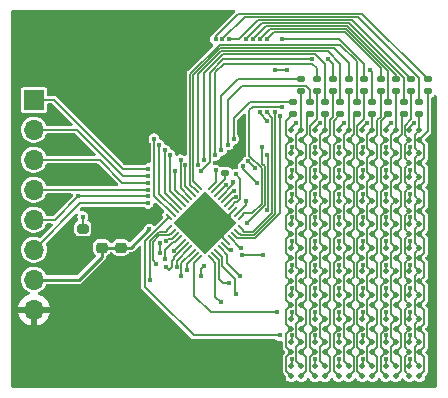
<source format=gbr>
%TF.GenerationSoftware,KiCad,Pcbnew,7.0.1*%
%TF.CreationDate,2023-04-05T13:45:37+02:00*%
%TF.ProjectId,LED_Driver_Evaluation,4c45445f-4472-4697-9665-725f4576616c,1.0*%
%TF.SameCoordinates,Original*%
%TF.FileFunction,Copper,L1,Top*%
%TF.FilePolarity,Positive*%
%FSLAX46Y46*%
G04 Gerber Fmt 4.6, Leading zero omitted, Abs format (unit mm)*
G04 Created by KiCad (PCBNEW 7.0.1) date 2023-04-05 13:45:37*
%MOMM*%
%LPD*%
G01*
G04 APERTURE LIST*
G04 Aperture macros list*
%AMRoundRect*
0 Rectangle with rounded corners*
0 $1 Rounding radius*
0 $2 $3 $4 $5 $6 $7 $8 $9 X,Y pos of 4 corners*
0 Add a 4 corners polygon primitive as box body*
4,1,4,$2,$3,$4,$5,$6,$7,$8,$9,$2,$3,0*
0 Add four circle primitives for the rounded corners*
1,1,$1+$1,$2,$3*
1,1,$1+$1,$4,$5*
1,1,$1+$1,$6,$7*
1,1,$1+$1,$8,$9*
0 Add four rect primitives between the rounded corners*
20,1,$1+$1,$2,$3,$4,$5,0*
20,1,$1+$1,$4,$5,$6,$7,0*
20,1,$1+$1,$6,$7,$8,$9,0*
20,1,$1+$1,$8,$9,$2,$3,0*%
%AMRotRect*
0 Rectangle, with rotation*
0 The origin of the aperture is its center*
0 $1 length*
0 $2 width*
0 $3 Rotation angle, in degrees counterclockwise*
0 Add horizontal line*
21,1,$1,$2,0,0,$3*%
G04 Aperture macros list end*
%TA.AperFunction,SMDPad,CuDef*%
%ADD10RoundRect,0.135000X-0.185000X0.135000X-0.185000X-0.135000X0.185000X-0.135000X0.185000X0.135000X0*%
%TD*%
%TA.AperFunction,SMDPad,CuDef*%
%ADD11RoundRect,0.112500X-0.112500X-0.112500X0.112500X-0.112500X0.112500X0.112500X-0.112500X0.112500X0*%
%TD*%
%TA.AperFunction,SMDPad,CuDef*%
%ADD12RoundRect,0.225000X0.250000X-0.225000X0.250000X0.225000X-0.250000X0.225000X-0.250000X-0.225000X0*%
%TD*%
%TA.AperFunction,SMDPad,CuDef*%
%ADD13RoundRect,0.200000X-0.275000X0.200000X-0.275000X-0.200000X0.275000X-0.200000X0.275000X0.200000X0*%
%TD*%
%TA.AperFunction,ComponentPad*%
%ADD14R,1.700000X1.700000*%
%TD*%
%TA.AperFunction,ComponentPad*%
%ADD15O,1.700000X1.700000*%
%TD*%
%TA.AperFunction,SMDPad,CuDef*%
%ADD16RoundRect,0.135000X0.185000X-0.135000X0.185000X0.135000X-0.185000X0.135000X-0.185000X-0.135000X0*%
%TD*%
%TA.AperFunction,SMDPad,CuDef*%
%ADD17RoundRect,0.050000X-0.194454X-0.265165X0.265165X0.194454X0.194454X0.265165X-0.265165X-0.194454X0*%
%TD*%
%TA.AperFunction,SMDPad,CuDef*%
%ADD18RoundRect,0.050000X0.194454X-0.265165X0.265165X-0.194454X-0.194454X0.265165X-0.265165X0.194454X0*%
%TD*%
%TA.AperFunction,SMDPad,CuDef*%
%ADD19RotRect,3.800000X3.800000X45.000000*%
%TD*%
%TA.AperFunction,ViaPad*%
%ADD20C,0.420000*%
%TD*%
%TA.AperFunction,Conductor*%
%ADD21C,0.250000*%
%TD*%
%TA.AperFunction,Conductor*%
%ADD22C,0.127000*%
%TD*%
G04 APERTURE END LIST*
D10*
%TO.P,R16,1*%
%TO.N,Net-(U1-CS4)*%
X137850000Y-56890000D03*
%TO.P,R16,2*%
%TO.N,Net-(D45-BK)*%
X137850000Y-57910000D03*
%TD*%
D11*
%TO.P,D55,1,A*%
%TO.N,Net-(D11-A)*%
X137700000Y-81150000D03*
%TO.P,D55,2,RK*%
%TO.N,Net-(D45-RK)*%
X138550000Y-81150000D03*
%TO.P,D55,3,GK*%
%TO.N,Net-(D45-GK)*%
X138550000Y-82000000D03*
%TO.P,D55,4,BK*%
%TO.N,Net-(D45-BK)*%
X137700000Y-82000000D03*
%TD*%
%TO.P,D18,1,A*%
%TO.N,Net-(D18-A)*%
X143700000Y-73150000D03*
%TO.P,D18,2,RK*%
%TO.N,Net-(D12-RK)*%
X144550000Y-73150000D03*
%TO.P,D18,3,GK*%
%TO.N,Net-(D12-GK)*%
X144550000Y-74000000D03*
%TO.P,D18,4,BK*%
%TO.N,Net-(D12-BK)*%
X143700000Y-74000000D03*
%TD*%
%TO.P,D21,1,A*%
%TO.N,Net-(D10-A)*%
X143700000Y-79150000D03*
%TO.P,D21,2,RK*%
%TO.N,Net-(D12-RK)*%
X144550000Y-79150000D03*
%TO.P,D21,3,GK*%
%TO.N,Net-(D12-GK)*%
X144550000Y-80000000D03*
%TO.P,D21,4,BK*%
%TO.N,Net-(D12-BK)*%
X143700000Y-80000000D03*
%TD*%
%TO.P,D36,1,A*%
%TO.N,Net-(D14-A)*%
X139700000Y-65150000D03*
%TO.P,D36,2,RK*%
%TO.N,Net-(D34-RK)*%
X140550000Y-65150000D03*
%TO.P,D36,3,GK*%
%TO.N,Net-(D34-GK)*%
X140550000Y-66000000D03*
%TO.P,D36,4,BK*%
%TO.N,Net-(D34-BK)*%
X139700000Y-66000000D03*
%TD*%
%TO.P,D38,1,A*%
%TO.N,Net-(D16-A)*%
X139700000Y-69150000D03*
%TO.P,D38,2,RK*%
%TO.N,Net-(D34-RK)*%
X140550000Y-69150000D03*
%TO.P,D38,3,GK*%
%TO.N,Net-(D34-GK)*%
X140550000Y-70000000D03*
%TO.P,D38,4,BK*%
%TO.N,Net-(D34-BK)*%
X139700000Y-70000000D03*
%TD*%
%TO.P,D5,1,A*%
%TO.N,Net-(D16-A)*%
X145700000Y-69150000D03*
%TO.P,D5,2,RK*%
%TO.N,Net-(D1-RK)*%
X146550000Y-69150000D03*
%TO.P,D5,3,GK*%
%TO.N,Net-(D1-GK)*%
X146550000Y-70000000D03*
%TO.P,D5,4,BK*%
%TO.N,Net-(D1-BK)*%
X145700000Y-70000000D03*
%TD*%
%TO.P,D62,1,A*%
%TO.N,Net-(D18-A)*%
X135700000Y-73150000D03*
%TO.P,D62,2,RK*%
%TO.N,Net-(D56-RK)*%
X136550000Y-73150000D03*
%TO.P,D62,3,GK*%
%TO.N,Net-(D56-GK)*%
X136550000Y-74000000D03*
%TO.P,D62,4,BK*%
%TO.N,Net-(D56-BK)*%
X135700000Y-74000000D03*
%TD*%
%TO.P,D33,1,A*%
%TO.N,Net-(D11-A)*%
X141700000Y-81150000D03*
%TO.P,D33,2,RK*%
%TO.N,Net-(D23-RK)*%
X142550000Y-81150000D03*
%TO.P,D33,3,GK*%
%TO.N,Net-(D23-GK)*%
X142550000Y-82000000D03*
%TO.P,D33,4,BK*%
%TO.N,Net-(D23-BK)*%
X141700000Y-82000000D03*
%TD*%
%TO.P,D46,1,A*%
%TO.N,Net-(D13-A)*%
X137700000Y-63150000D03*
%TO.P,D46,2,RK*%
%TO.N,Net-(D45-RK)*%
X138550000Y-63150000D03*
%TO.P,D46,3,GK*%
%TO.N,Net-(D45-GK)*%
X138550000Y-64000000D03*
%TO.P,D46,4,BK*%
%TO.N,Net-(D45-BK)*%
X137700000Y-64000000D03*
%TD*%
%TO.P,D24,1,A*%
%TO.N,Net-(D13-A)*%
X141700000Y-63150000D03*
%TO.P,D24,2,RK*%
%TO.N,Net-(D23-RK)*%
X142550000Y-63150000D03*
%TO.P,D24,3,GK*%
%TO.N,Net-(D23-GK)*%
X142550000Y-64000000D03*
%TO.P,D24,4,BK*%
%TO.N,Net-(D23-BK)*%
X141700000Y-64000000D03*
%TD*%
D10*
%TO.P,R13,1*%
%TO.N,Net-(U1-CS7)*%
X139850000Y-58790000D03*
%TO.P,R13,2*%
%TO.N,Net-(D34-BK)*%
X139850000Y-59810000D03*
%TD*%
D11*
%TO.P,D10,1,A*%
%TO.N,Net-(D10-A)*%
X145700000Y-79150000D03*
%TO.P,D10,2,RK*%
%TO.N,Net-(D1-RK)*%
X146550000Y-79150000D03*
%TO.P,D10,3,GK*%
%TO.N,Net-(D1-GK)*%
X146550000Y-80000000D03*
%TO.P,D10,4,BK*%
%TO.N,Net-(D1-BK)*%
X145700000Y-80000000D03*
%TD*%
%TO.P,D47,1,A*%
%TO.N,Net-(D14-A)*%
X137700000Y-65150000D03*
%TO.P,D47,2,RK*%
%TO.N,Net-(D45-RK)*%
X138550000Y-65150000D03*
%TO.P,D47,3,GK*%
%TO.N,Net-(D45-GK)*%
X138550000Y-66000000D03*
%TO.P,D47,4,BK*%
%TO.N,Net-(D45-BK)*%
X137700000Y-66000000D03*
%TD*%
%TO.P,D35,1,A*%
%TO.N,Net-(D13-A)*%
X139700000Y-63150000D03*
%TO.P,D35,2,RK*%
%TO.N,Net-(D34-RK)*%
X140550000Y-63150000D03*
%TO.P,D35,3,GK*%
%TO.N,Net-(D34-GK)*%
X140550000Y-64000000D03*
%TO.P,D35,4,BK*%
%TO.N,Net-(D34-BK)*%
X139700000Y-64000000D03*
%TD*%
D10*
%TO.P,R8,1*%
%TO.N,Net-(U1-CS11)*%
X143250000Y-56890000D03*
%TO.P,R8,2*%
%TO.N,Net-(D23-GK)*%
X143250000Y-57910000D03*
%TD*%
D11*
%TO.P,D22,1,A*%
%TO.N,Net-(D11-A)*%
X143700000Y-81150000D03*
%TO.P,D22,2,RK*%
%TO.N,Net-(D12-RK)*%
X144550000Y-81150000D03*
%TO.P,D22,3,GK*%
%TO.N,Net-(D12-GK)*%
X144550000Y-82000000D03*
%TO.P,D22,4,BK*%
%TO.N,Net-(D12-BK)*%
X143700000Y-82000000D03*
%TD*%
%TO.P,D25,1,A*%
%TO.N,Net-(D14-A)*%
X141700000Y-65150000D03*
%TO.P,D25,2,RK*%
%TO.N,Net-(D23-RK)*%
X142550000Y-65150000D03*
%TO.P,D25,3,GK*%
%TO.N,Net-(D23-GK)*%
X142550000Y-66000000D03*
%TO.P,D25,4,BK*%
%TO.N,Net-(D23-BK)*%
X141700000Y-66000000D03*
%TD*%
%TO.P,D52,1,A*%
%TO.N,Net-(D19-A)*%
X137700000Y-75150000D03*
%TO.P,D52,2,RK*%
%TO.N,Net-(D45-RK)*%
X138550000Y-75150000D03*
%TO.P,D52,3,GK*%
%TO.N,Net-(D45-GK)*%
X138550000Y-76000000D03*
%TO.P,D52,4,BK*%
%TO.N,Net-(D45-BK)*%
X137700000Y-76000000D03*
%TD*%
%TO.P,D44,1,A*%
%TO.N,Net-(D11-A)*%
X139700000Y-81150000D03*
%TO.P,D44,2,RK*%
%TO.N,Net-(D34-RK)*%
X140550000Y-81150000D03*
%TO.P,D44,3,GK*%
%TO.N,Net-(D34-GK)*%
X140550000Y-82000000D03*
%TO.P,D44,4,BK*%
%TO.N,Net-(D34-BK)*%
X139700000Y-82000000D03*
%TD*%
%TO.P,D32,1,A*%
%TO.N,Net-(D10-A)*%
X141700000Y-79150000D03*
%TO.P,D32,2,RK*%
%TO.N,Net-(D23-RK)*%
X142550000Y-79150000D03*
%TO.P,D32,3,GK*%
%TO.N,Net-(D23-GK)*%
X142550000Y-80000000D03*
%TO.P,D32,4,BK*%
%TO.N,Net-(D23-BK)*%
X141700000Y-80000000D03*
%TD*%
%TO.P,D53,1,A*%
%TO.N,Net-(D20-A)*%
X137700000Y-77150000D03*
%TO.P,D53,2,RK*%
%TO.N,Net-(D45-RK)*%
X138550000Y-77150000D03*
%TO.P,D53,3,GK*%
%TO.N,Net-(D45-GK)*%
X138550000Y-78000000D03*
%TO.P,D53,4,BK*%
%TO.N,Net-(D45-BK)*%
X137700000Y-78000000D03*
%TD*%
%TO.P,D15,1,A*%
%TO.N,Net-(D15-A)*%
X143700000Y-67150000D03*
%TO.P,D15,2,RK*%
%TO.N,Net-(D12-RK)*%
X144550000Y-67150000D03*
%TO.P,D15,3,GK*%
%TO.N,Net-(D12-GK)*%
X144550000Y-68000000D03*
%TO.P,D15,4,BK*%
%TO.N,Net-(D12-BK)*%
X143700000Y-68000000D03*
%TD*%
%TO.P,D29,1,A*%
%TO.N,Net-(D18-A)*%
X141700000Y-73150000D03*
%TO.P,D29,2,RK*%
%TO.N,Net-(D23-RK)*%
X142550000Y-73150000D03*
%TO.P,D29,3,GK*%
%TO.N,Net-(D23-GK)*%
X142550000Y-74000000D03*
%TO.P,D29,4,BK*%
%TO.N,Net-(D23-BK)*%
X141700000Y-74000000D03*
%TD*%
%TO.P,D14,1,A*%
%TO.N,Net-(D14-A)*%
X143700000Y-65150000D03*
%TO.P,D14,2,RK*%
%TO.N,Net-(D12-RK)*%
X144550000Y-65150000D03*
%TO.P,D14,3,GK*%
%TO.N,Net-(D12-GK)*%
X144550000Y-66000000D03*
%TO.P,D14,4,BK*%
%TO.N,Net-(D12-BK)*%
X143700000Y-66000000D03*
%TD*%
%TO.P,D48,1,A*%
%TO.N,Net-(D15-A)*%
X137700000Y-67150000D03*
%TO.P,D48,2,RK*%
%TO.N,Net-(D45-RK)*%
X138550000Y-67150000D03*
%TO.P,D48,3,GK*%
%TO.N,Net-(D45-GK)*%
X138550000Y-68000000D03*
%TO.P,D48,4,BK*%
%TO.N,Net-(D45-BK)*%
X137700000Y-68000000D03*
%TD*%
D10*
%TO.P,R7,1*%
%TO.N,Net-(U1-CS12)*%
X142550000Y-58790000D03*
%TO.P,R7,2*%
%TO.N,Net-(D23-RK)*%
X142550000Y-59810000D03*
%TD*%
%TO.P,R9,1*%
%TO.N,Net-(U1-CS10)*%
X141850000Y-56890000D03*
%TO.P,R9,2*%
%TO.N,Net-(D23-BK)*%
X141850000Y-57910000D03*
%TD*%
D11*
%TO.P,D8,1,A*%
%TO.N,Net-(D19-A)*%
X145700000Y-75150000D03*
%TO.P,D8,2,RK*%
%TO.N,Net-(D1-RK)*%
X146550000Y-75150000D03*
%TO.P,D8,3,GK*%
%TO.N,Net-(D1-GK)*%
X146550000Y-76000000D03*
%TO.P,D8,4,BK*%
%TO.N,Net-(D1-BK)*%
X145700000Y-76000000D03*
%TD*%
%TO.P,D30,1,A*%
%TO.N,Net-(D19-A)*%
X141700000Y-75150000D03*
%TO.P,D30,2,RK*%
%TO.N,Net-(D23-RK)*%
X142550000Y-75150000D03*
%TO.P,D30,3,GK*%
%TO.N,Net-(D23-GK)*%
X142550000Y-76000000D03*
%TO.P,D30,4,BK*%
%TO.N,Net-(D23-BK)*%
X141700000Y-76000000D03*
%TD*%
%TO.P,D58,1,A*%
%TO.N,Net-(D14-A)*%
X135700000Y-65150000D03*
%TO.P,D58,2,RK*%
%TO.N,Net-(D56-RK)*%
X136550000Y-65150000D03*
%TO.P,D58,3,GK*%
%TO.N,Net-(D56-GK)*%
X136550000Y-66000000D03*
%TO.P,D58,4,BK*%
%TO.N,Net-(D56-BK)*%
X135700000Y-66000000D03*
%TD*%
%TO.P,D34,1,A*%
%TO.N,Net-(D1-A)*%
X139700000Y-61150000D03*
%TO.P,D34,2,RK*%
%TO.N,Net-(D34-RK)*%
X140550000Y-61150000D03*
%TO.P,D34,3,GK*%
%TO.N,Net-(D34-GK)*%
X140550000Y-62000000D03*
%TO.P,D34,4,BK*%
%TO.N,Net-(D34-BK)*%
X139700000Y-62000000D03*
%TD*%
%TO.P,D11,1,A*%
%TO.N,Net-(D11-A)*%
X145700000Y-81150000D03*
%TO.P,D11,2,RK*%
%TO.N,Net-(D1-RK)*%
X146550000Y-81150000D03*
%TO.P,D11,3,GK*%
%TO.N,Net-(D1-GK)*%
X146550000Y-82000000D03*
%TO.P,D11,4,BK*%
%TO.N,Net-(D1-BK)*%
X145700000Y-82000000D03*
%TD*%
%TO.P,D49,1,A*%
%TO.N,Net-(D16-A)*%
X137700000Y-69150000D03*
%TO.P,D49,2,RK*%
%TO.N,Net-(D45-RK)*%
X138550000Y-69150000D03*
%TO.P,D49,3,GK*%
%TO.N,Net-(D45-GK)*%
X138550000Y-70000000D03*
%TO.P,D49,4,BK*%
%TO.N,Net-(D45-BK)*%
X137700000Y-70000000D03*
%TD*%
%TO.P,D13,1,A*%
%TO.N,Net-(D13-A)*%
X143700000Y-63150000D03*
%TO.P,D13,2,RK*%
%TO.N,Net-(D12-RK)*%
X144550000Y-63150000D03*
%TO.P,D13,3,GK*%
%TO.N,Net-(D12-GK)*%
X144550000Y-64000000D03*
%TO.P,D13,4,BK*%
%TO.N,Net-(D12-BK)*%
X143700000Y-64000000D03*
%TD*%
%TO.P,D50,1,A*%
%TO.N,Net-(D17-A)*%
X137700000Y-71150000D03*
%TO.P,D50,2,RK*%
%TO.N,Net-(D45-RK)*%
X138550000Y-71150000D03*
%TO.P,D50,3,GK*%
%TO.N,Net-(D45-GK)*%
X138550000Y-72000000D03*
%TO.P,D50,4,BK*%
%TO.N,Net-(D45-BK)*%
X137700000Y-72000000D03*
%TD*%
%TO.P,D1,1,A*%
%TO.N,Net-(D1-A)*%
X145700000Y-61150000D03*
%TO.P,D1,2,RK*%
%TO.N,Net-(D1-RK)*%
X146550000Y-61150000D03*
%TO.P,D1,3,GK*%
%TO.N,Net-(D1-GK)*%
X146550000Y-62000000D03*
%TO.P,D1,4,BK*%
%TO.N,Net-(D1-BK)*%
X145700000Y-62000000D03*
%TD*%
%TO.P,D60,1,A*%
%TO.N,Net-(D16-A)*%
X135700000Y-69150000D03*
%TO.P,D60,2,RK*%
%TO.N,Net-(D56-RK)*%
X136550000Y-69150000D03*
%TO.P,D60,3,GK*%
%TO.N,Net-(D56-GK)*%
X136550000Y-70000000D03*
%TO.P,D60,4,BK*%
%TO.N,Net-(D56-BK)*%
X135700000Y-70000000D03*
%TD*%
%TO.P,D39,1,A*%
%TO.N,Net-(D17-A)*%
X139700000Y-71150000D03*
%TO.P,D39,2,RK*%
%TO.N,Net-(D34-RK)*%
X140550000Y-71150000D03*
%TO.P,D39,3,GK*%
%TO.N,Net-(D34-GK)*%
X140550000Y-72000000D03*
%TO.P,D39,4,BK*%
%TO.N,Net-(D34-BK)*%
X139700000Y-72000000D03*
%TD*%
%TO.P,D45,1,A*%
%TO.N,Net-(D1-A)*%
X137700000Y-61150000D03*
%TO.P,D45,2,RK*%
%TO.N,Net-(D45-RK)*%
X138550000Y-61150000D03*
%TO.P,D45,3,GK*%
%TO.N,Net-(D45-GK)*%
X138550000Y-62000000D03*
%TO.P,D45,4,BK*%
%TO.N,Net-(D45-BK)*%
X137700000Y-62000000D03*
%TD*%
D10*
%TO.P,R15,1*%
%TO.N,Net-(U1-CS5)*%
X139250000Y-56890000D03*
%TO.P,R15,2*%
%TO.N,Net-(D45-GK)*%
X139250000Y-57910000D03*
%TD*%
D11*
%TO.P,D51,1,A*%
%TO.N,Net-(D18-A)*%
X137700000Y-73150000D03*
%TO.P,D51,2,RK*%
%TO.N,Net-(D45-RK)*%
X138550000Y-73150000D03*
%TO.P,D51,3,GK*%
%TO.N,Net-(D45-GK)*%
X138550000Y-74000000D03*
%TO.P,D51,4,BK*%
%TO.N,Net-(D45-BK)*%
X137700000Y-74000000D03*
%TD*%
D12*
%TO.P,C1,1*%
%TO.N,/VCC*%
X121250000Y-71125000D03*
%TO.P,C1,2*%
%TO.N,GND*%
X121250000Y-69575000D03*
%TD*%
D10*
%TO.P,R17,1*%
%TO.N,Net-(U1-CS3)*%
X136550000Y-56890000D03*
%TO.P,R17,2*%
%TO.N,Net-(D56-RK)*%
X136550000Y-57910000D03*
%TD*%
%TO.P,R11,1*%
%TO.N,Net-(U1-CS9)*%
X140550000Y-56890000D03*
%TO.P,R11,2*%
%TO.N,Net-(D34-RK)*%
X140550000Y-57910000D03*
%TD*%
D13*
%TO.P,R10,1*%
%TO.N,/SDB*%
X118050000Y-69525000D03*
%TO.P,R10,2*%
%TO.N,GND*%
X118050000Y-71175000D03*
%TD*%
D11*
%TO.P,D16,1,A*%
%TO.N,Net-(D16-A)*%
X143700000Y-69150000D03*
%TO.P,D16,2,RK*%
%TO.N,Net-(D12-RK)*%
X144550000Y-69150000D03*
%TO.P,D16,3,GK*%
%TO.N,Net-(D12-GK)*%
X144550000Y-70000000D03*
%TO.P,D16,4,BK*%
%TO.N,Net-(D12-BK)*%
X143700000Y-70000000D03*
%TD*%
%TO.P,D43,1,A*%
%TO.N,Net-(D10-A)*%
X139700000Y-79150000D03*
%TO.P,D43,2,RK*%
%TO.N,Net-(D34-RK)*%
X140550000Y-79150000D03*
%TO.P,D43,3,GK*%
%TO.N,Net-(D34-GK)*%
X140550000Y-80000000D03*
%TO.P,D43,4,BK*%
%TO.N,Net-(D34-BK)*%
X139700000Y-80000000D03*
%TD*%
D10*
%TO.P,R5,1*%
%TO.N,Net-(U1-CS14)*%
X145250000Y-58790000D03*
%TO.P,R5,2*%
%TO.N,Net-(D12-GK)*%
X145250000Y-59810000D03*
%TD*%
%TO.P,R20,1*%
%TO.N,Net-(U1-CS1)*%
X135850000Y-58790000D03*
%TO.P,R20,2*%
%TO.N,Net-(D56-BK)*%
X135850000Y-59810000D03*
%TD*%
D11*
%TO.P,D37,1,A*%
%TO.N,Net-(D15-A)*%
X139700000Y-67150000D03*
%TO.P,D37,2,RK*%
%TO.N,Net-(D34-RK)*%
X140550000Y-67150000D03*
%TO.P,D37,3,GK*%
%TO.N,Net-(D34-GK)*%
X140550000Y-68000000D03*
%TO.P,D37,4,BK*%
%TO.N,Net-(D34-BK)*%
X139700000Y-68000000D03*
%TD*%
D10*
%TO.P,R12,1*%
%TO.N,Net-(U1-CS8)*%
X141250000Y-58790000D03*
%TO.P,R12,2*%
%TO.N,Net-(D34-GK)*%
X141250000Y-59810000D03*
%TD*%
D11*
%TO.P,D19,1,A*%
%TO.N,Net-(D19-A)*%
X143700000Y-75150000D03*
%TO.P,D19,2,RK*%
%TO.N,Net-(D12-RK)*%
X144550000Y-75150000D03*
%TO.P,D19,3,GK*%
%TO.N,Net-(D12-GK)*%
X144550000Y-76000000D03*
%TO.P,D19,4,BK*%
%TO.N,Net-(D12-BK)*%
X143700000Y-76000000D03*
%TD*%
%TO.P,D3,1,A*%
%TO.N,Net-(D14-A)*%
X145700000Y-65150000D03*
%TO.P,D3,2,RK*%
%TO.N,Net-(D1-RK)*%
X146550000Y-65150000D03*
%TO.P,D3,3,GK*%
%TO.N,Net-(D1-GK)*%
X146550000Y-66000000D03*
%TO.P,D3,4,BK*%
%TO.N,Net-(D1-BK)*%
X145700000Y-66000000D03*
%TD*%
%TO.P,D65,1,A*%
%TO.N,Net-(D10-A)*%
X135700000Y-79150000D03*
%TO.P,D65,2,RK*%
%TO.N,Net-(D56-RK)*%
X136550000Y-79150000D03*
%TO.P,D65,3,GK*%
%TO.N,Net-(D56-GK)*%
X136550000Y-80000000D03*
%TO.P,D65,4,BK*%
%TO.N,Net-(D56-BK)*%
X135700000Y-80000000D03*
%TD*%
D12*
%TO.P,C2,1*%
%TO.N,/VCC*%
X119650000Y-71125000D03*
%TO.P,C2,2*%
%TO.N,GND*%
X119650000Y-69575000D03*
%TD*%
D10*
%TO.P,R18,1*%
%TO.N,Net-(U1-CS2)*%
X137250000Y-58790000D03*
%TO.P,R18,2*%
%TO.N,Net-(D56-GK)*%
X137250000Y-59810000D03*
%TD*%
%TO.P,R4,1*%
%TO.N,Net-(U1-CS15)*%
X144550000Y-56890000D03*
%TO.P,R4,2*%
%TO.N,Net-(D12-RK)*%
X144550000Y-57910000D03*
%TD*%
%TO.P,R3,1*%
%TO.N,Net-(U1-CS16)*%
X145850000Y-56890000D03*
%TO.P,R3,2*%
%TO.N,Net-(D1-BK)*%
X145850000Y-57910000D03*
%TD*%
D11*
%TO.P,D20,1,A*%
%TO.N,Net-(D20-A)*%
X143700000Y-77150000D03*
%TO.P,D20,2,RK*%
%TO.N,Net-(D12-RK)*%
X144550000Y-77150000D03*
%TO.P,D20,3,GK*%
%TO.N,Net-(D12-GK)*%
X144550000Y-78000000D03*
%TO.P,D20,4,BK*%
%TO.N,Net-(D12-BK)*%
X143700000Y-78000000D03*
%TD*%
%TO.P,D12,1,A*%
%TO.N,Net-(D1-A)*%
X143700000Y-61150000D03*
%TO.P,D12,2,RK*%
%TO.N,Net-(D12-RK)*%
X144550000Y-61150000D03*
%TO.P,D12,3,GK*%
%TO.N,Net-(D12-GK)*%
X144550000Y-62000000D03*
%TO.P,D12,4,BK*%
%TO.N,Net-(D12-BK)*%
X143700000Y-62000000D03*
%TD*%
%TO.P,D56,1,A*%
%TO.N,Net-(D1-A)*%
X135700000Y-61150000D03*
%TO.P,D56,2,RK*%
%TO.N,Net-(D56-RK)*%
X136550000Y-61150000D03*
%TO.P,D56,3,GK*%
%TO.N,Net-(D56-GK)*%
X136550000Y-62000000D03*
%TO.P,D56,4,BK*%
%TO.N,Net-(D56-BK)*%
X135700000Y-62000000D03*
%TD*%
%TO.P,D4,1,A*%
%TO.N,Net-(D15-A)*%
X145700000Y-67150000D03*
%TO.P,D4,2,RK*%
%TO.N,Net-(D1-RK)*%
X146550000Y-67150000D03*
%TO.P,D4,3,GK*%
%TO.N,Net-(D1-GK)*%
X146550000Y-68000000D03*
%TO.P,D4,4,BK*%
%TO.N,Net-(D1-BK)*%
X145700000Y-68000000D03*
%TD*%
%TO.P,D40,1,A*%
%TO.N,Net-(D18-A)*%
X139700000Y-73150000D03*
%TO.P,D40,2,RK*%
%TO.N,Net-(D34-RK)*%
X140550000Y-73150000D03*
%TO.P,D40,3,GK*%
%TO.N,Net-(D34-GK)*%
X140550000Y-74000000D03*
%TO.P,D40,4,BK*%
%TO.N,Net-(D34-BK)*%
X139700000Y-74000000D03*
%TD*%
%TO.P,D54,1,A*%
%TO.N,Net-(D10-A)*%
X137700000Y-79150000D03*
%TO.P,D54,2,RK*%
%TO.N,Net-(D45-RK)*%
X138550000Y-79150000D03*
%TO.P,D54,3,GK*%
%TO.N,Net-(D45-GK)*%
X138550000Y-80000000D03*
%TO.P,D54,4,BK*%
%TO.N,Net-(D45-BK)*%
X137700000Y-80000000D03*
%TD*%
%TO.P,D63,1,A*%
%TO.N,Net-(D19-A)*%
X135700000Y-75150000D03*
%TO.P,D63,2,RK*%
%TO.N,Net-(D56-RK)*%
X136550000Y-75150000D03*
%TO.P,D63,3,GK*%
%TO.N,Net-(D56-GK)*%
X136550000Y-76000000D03*
%TO.P,D63,4,BK*%
%TO.N,Net-(D56-BK)*%
X135700000Y-76000000D03*
%TD*%
%TO.P,D61,1,A*%
%TO.N,Net-(D17-A)*%
X135700000Y-71150000D03*
%TO.P,D61,2,RK*%
%TO.N,Net-(D56-RK)*%
X136550000Y-71150000D03*
%TO.P,D61,3,GK*%
%TO.N,Net-(D56-GK)*%
X136550000Y-72000000D03*
%TO.P,D61,4,BK*%
%TO.N,Net-(D56-BK)*%
X135700000Y-72000000D03*
%TD*%
%TO.P,D17,1,A*%
%TO.N,Net-(D17-A)*%
X143700000Y-71150000D03*
%TO.P,D17,2,RK*%
%TO.N,Net-(D12-RK)*%
X144550000Y-71150000D03*
%TO.P,D17,3,GK*%
%TO.N,Net-(D12-GK)*%
X144550000Y-72000000D03*
%TO.P,D17,4,BK*%
%TO.N,Net-(D12-BK)*%
X143700000Y-72000000D03*
%TD*%
%TO.P,D7,1,A*%
%TO.N,Net-(D18-A)*%
X145700000Y-73150000D03*
%TO.P,D7,2,RK*%
%TO.N,Net-(D1-RK)*%
X146550000Y-73150000D03*
%TO.P,D7,3,GK*%
%TO.N,Net-(D1-GK)*%
X146550000Y-74000000D03*
%TO.P,D7,4,BK*%
%TO.N,Net-(D1-BK)*%
X145700000Y-74000000D03*
%TD*%
D10*
%TO.P,R14,1*%
%TO.N,Net-(U1-CS6)*%
X138550000Y-58790000D03*
%TO.P,R14,2*%
%TO.N,Net-(D45-RK)*%
X138550000Y-59810000D03*
%TD*%
D11*
%TO.P,D26,1,A*%
%TO.N,Net-(D15-A)*%
X141700000Y-67150000D03*
%TO.P,D26,2,RK*%
%TO.N,Net-(D23-RK)*%
X142550000Y-67150000D03*
%TO.P,D26,3,GK*%
%TO.N,Net-(D23-GK)*%
X142550000Y-68000000D03*
%TO.P,D26,4,BK*%
%TO.N,Net-(D23-BK)*%
X141700000Y-68000000D03*
%TD*%
%TO.P,D66,1,A*%
%TO.N,Net-(D11-A)*%
X135700000Y-81150000D03*
%TO.P,D66,2,RK*%
%TO.N,Net-(D56-RK)*%
X136550000Y-81150000D03*
%TO.P,D66,3,GK*%
%TO.N,Net-(D56-GK)*%
X136550000Y-82000000D03*
%TO.P,D66,4,BK*%
%TO.N,Net-(D56-BK)*%
X135700000Y-82000000D03*
%TD*%
D10*
%TO.P,R6,1*%
%TO.N,Net-(U1-CS13)*%
X143850000Y-58790000D03*
%TO.P,R6,2*%
%TO.N,Net-(D12-BK)*%
X143850000Y-59810000D03*
%TD*%
D11*
%TO.P,D2,1,A*%
%TO.N,Net-(D13-A)*%
X145700000Y-63150000D03*
%TO.P,D2,2,RK*%
%TO.N,Net-(D1-RK)*%
X146550000Y-63150000D03*
%TO.P,D2,3,GK*%
%TO.N,Net-(D1-GK)*%
X146550000Y-64000000D03*
%TO.P,D2,4,BK*%
%TO.N,Net-(D1-BK)*%
X145700000Y-64000000D03*
%TD*%
D10*
%TO.P,R2,1*%
%TO.N,Net-(U1-CS17)*%
X147250000Y-56890000D03*
%TO.P,R2,2*%
%TO.N,Net-(D1-GK)*%
X147250000Y-57910000D03*
%TD*%
D11*
%TO.P,D27,1,A*%
%TO.N,Net-(D16-A)*%
X141700000Y-69150000D03*
%TO.P,D27,2,RK*%
%TO.N,Net-(D23-RK)*%
X142550000Y-69150000D03*
%TO.P,D27,3,GK*%
%TO.N,Net-(D23-GK)*%
X142550000Y-70000000D03*
%TO.P,D27,4,BK*%
%TO.N,Net-(D23-BK)*%
X141700000Y-70000000D03*
%TD*%
%TO.P,D41,1,A*%
%TO.N,Net-(D19-A)*%
X139700000Y-75150000D03*
%TO.P,D41,2,RK*%
%TO.N,Net-(D34-RK)*%
X140550000Y-75150000D03*
%TO.P,D41,3,GK*%
%TO.N,Net-(D34-GK)*%
X140550000Y-76000000D03*
%TO.P,D41,4,BK*%
%TO.N,Net-(D34-BK)*%
X139700000Y-76000000D03*
%TD*%
%TO.P,D9,1,A*%
%TO.N,Net-(D20-A)*%
X145700000Y-77150000D03*
%TO.P,D9,2,RK*%
%TO.N,Net-(D1-RK)*%
X146550000Y-77150000D03*
%TO.P,D9,3,GK*%
%TO.N,Net-(D1-GK)*%
X146550000Y-78000000D03*
%TO.P,D9,4,BK*%
%TO.N,Net-(D1-BK)*%
X145700000Y-78000000D03*
%TD*%
%TO.P,D57,1,A*%
%TO.N,Net-(D13-A)*%
X135700000Y-63150000D03*
%TO.P,D57,2,RK*%
%TO.N,Net-(D56-RK)*%
X136550000Y-63150000D03*
%TO.P,D57,3,GK*%
%TO.N,Net-(D56-GK)*%
X136550000Y-64000000D03*
%TO.P,D57,4,BK*%
%TO.N,Net-(D56-BK)*%
X135700000Y-64000000D03*
%TD*%
%TO.P,D31,1,A*%
%TO.N,Net-(D20-A)*%
X141700000Y-77150000D03*
%TO.P,D31,2,RK*%
%TO.N,Net-(D23-RK)*%
X142550000Y-77150000D03*
%TO.P,D31,3,GK*%
%TO.N,Net-(D23-GK)*%
X142550000Y-78000000D03*
%TO.P,D31,4,BK*%
%TO.N,Net-(D23-BK)*%
X141700000Y-78000000D03*
%TD*%
%TO.P,D42,1,A*%
%TO.N,Net-(D20-A)*%
X139700000Y-77150000D03*
%TO.P,D42,2,RK*%
%TO.N,Net-(D34-RK)*%
X140550000Y-77150000D03*
%TO.P,D42,3,GK*%
%TO.N,Net-(D34-GK)*%
X140550000Y-78000000D03*
%TO.P,D42,4,BK*%
%TO.N,Net-(D34-BK)*%
X139700000Y-78000000D03*
%TD*%
D10*
%TO.P,R1,1*%
%TO.N,Net-(U1-CS18)*%
X146550000Y-58790000D03*
%TO.P,R1,2*%
%TO.N,Net-(D1-RK)*%
X146550000Y-59810000D03*
%TD*%
D11*
%TO.P,D23,1,A*%
%TO.N,Net-(D1-A)*%
X141700000Y-61150000D03*
%TO.P,D23,2,RK*%
%TO.N,Net-(D23-RK)*%
X142550000Y-61150000D03*
%TO.P,D23,3,GK*%
%TO.N,Net-(D23-GK)*%
X142550000Y-62000000D03*
%TO.P,D23,4,BK*%
%TO.N,Net-(D23-BK)*%
X141700000Y-62000000D03*
%TD*%
D14*
%TO.P,J1,1,Pin_1*%
%TO.N,/SYNC*%
X113900000Y-58610000D03*
D15*
%TO.P,J1,2,Pin_2*%
%TO.N,/MISO*%
X113900000Y-61150000D03*
%TO.P,J1,3,Pin_3*%
%TO.N,/MOSI*%
X113900000Y-63690000D03*
%TO.P,J1,4,Pin_4*%
%TO.N,/SCK*%
X113900000Y-66230000D03*
%TO.P,J1,5,Pin_5*%
%TO.N,/SDB*%
X113900000Y-68770000D03*
%TO.P,J1,6,Pin_6*%
%TO.N,/CS*%
X113900000Y-71310000D03*
%TO.P,J1,7,Pin_7*%
%TO.N,/VCC*%
X113900000Y-73850000D03*
%TO.P,J1,8,Pin_8*%
%TO.N,GND*%
X113900000Y-76390000D03*
%TD*%
D11*
%TO.P,D59,1,A*%
%TO.N,Net-(D15-A)*%
X135700000Y-67150000D03*
%TO.P,D59,2,RK*%
%TO.N,Net-(D56-RK)*%
X136550000Y-67150000D03*
%TO.P,D59,3,GK*%
%TO.N,Net-(D56-GK)*%
X136550000Y-68000000D03*
%TO.P,D59,4,BK*%
%TO.N,Net-(D56-BK)*%
X135700000Y-68000000D03*
%TD*%
D16*
%TO.P,R19,1*%
%TO.N,Net-(U1-ISET)*%
X130125000Y-64835000D03*
%TO.P,R19,2*%
%TO.N,GND*%
X130125000Y-63815000D03*
%TD*%
D11*
%TO.P,D28,1,A*%
%TO.N,Net-(D17-A)*%
X141700000Y-71150000D03*
%TO.P,D28,2,RK*%
%TO.N,Net-(D23-RK)*%
X142550000Y-71150000D03*
%TO.P,D28,3,GK*%
%TO.N,Net-(D23-GK)*%
X142550000Y-72000000D03*
%TO.P,D28,4,BK*%
%TO.N,Net-(D23-BK)*%
X141700000Y-72000000D03*
%TD*%
%TO.P,D6,1,A*%
%TO.N,Net-(D17-A)*%
X145700000Y-71150000D03*
%TO.P,D6,2,RK*%
%TO.N,Net-(D1-RK)*%
X146550000Y-71150000D03*
%TO.P,D6,3,GK*%
%TO.N,Net-(D1-GK)*%
X146550000Y-72000000D03*
%TO.P,D6,4,BK*%
%TO.N,Net-(D1-BK)*%
X145700000Y-72000000D03*
%TD*%
%TO.P,D64,1,A*%
%TO.N,Net-(D20-A)*%
X135700000Y-77150000D03*
%TO.P,D64,2,RK*%
%TO.N,Net-(D56-RK)*%
X136550000Y-77150000D03*
%TO.P,D64,3,GK*%
%TO.N,Net-(D56-GK)*%
X136550000Y-78000000D03*
%TO.P,D64,4,BK*%
%TO.N,Net-(D56-BK)*%
X135700000Y-78000000D03*
%TD*%
D17*
%TO.P,U1,1,SW8*%
%TO.N,Net-(D19-A)*%
X125356068Y-69502297D03*
%TO.P,U1,2,SW6*%
%TO.N,Net-(D17-A)*%
X125638910Y-69785140D03*
%TO.P,U1,3,SW4*%
%TO.N,Net-(D15-A)*%
X125921753Y-70067983D03*
%TO.P,U1,4,SW2*%
%TO.N,Net-(D13-A)*%
X126204596Y-70350825D03*
%TO.P,U1,5,PVCC*%
%TO.N,/VCC*%
X126487438Y-70633668D03*
%TO.P,U1,6,SW1*%
%TO.N,Net-(D1-A)*%
X126770281Y-70916511D03*
%TO.P,U1,7,SW3*%
%TO.N,Net-(D14-A)*%
X127053124Y-71199353D03*
%TO.P,U1,8,SW5*%
%TO.N,Net-(D16-A)*%
X127335966Y-71482196D03*
%TO.P,U1,9,SW7*%
%TO.N,Net-(D18-A)*%
X127618809Y-71765039D03*
%TO.P,U1,10,SW9*%
%TO.N,Net-(D20-A)*%
X127901652Y-72047881D03*
D18*
%TO.P,U1,11,SW11*%
%TO.N,Net-(D11-A)*%
X128856246Y-72047881D03*
%TO.P,U1,12,CS18*%
%TO.N,Net-(U1-CS18)*%
X129139089Y-71765039D03*
%TO.P,U1,13,CS17*%
%TO.N,Net-(U1-CS17)*%
X129421932Y-71482196D03*
%TO.P,U1,14,CS16*%
%TO.N,Net-(U1-CS16)*%
X129704774Y-71199353D03*
%TO.P,U1,15,CS15*%
%TO.N,Net-(U1-CS15)*%
X129987617Y-70916511D03*
%TO.P,U1,16,PGND*%
%TO.N,GND*%
X130270460Y-70633668D03*
%TO.P,U1,17,CS14*%
%TO.N,Net-(U1-CS14)*%
X130553302Y-70350825D03*
%TO.P,U1,18,CS13*%
%TO.N,Net-(U1-CS13)*%
X130836145Y-70067983D03*
%TO.P,U1,19,CS12*%
%TO.N,Net-(U1-CS12)*%
X131118988Y-69785140D03*
%TO.P,U1,20,CS11*%
%TO.N,Net-(U1-CS11)*%
X131401830Y-69502297D03*
D17*
%TO.P,U1,21,CS10*%
%TO.N,Net-(U1-CS10)*%
X131401830Y-68547703D03*
%TO.P,U1,22,VCC*%
%TO.N,/VCC*%
X131118988Y-68264860D03*
%TO.P,U1,23,GND*%
%TO.N,GND*%
X130836145Y-67982017D03*
%TO.P,U1,24,MISO*%
%TO.N,/MISO*%
X130553302Y-67699175D03*
%TO.P,U1,25,CS*%
%TO.N,/CS*%
X130270460Y-67416332D03*
%TO.P,U1,26,SDB*%
%TO.N,/SDB*%
X129987617Y-67133489D03*
%TO.P,U1,27,SCK*%
%TO.N,/SCK*%
X129704774Y-66850647D03*
%TO.P,U1,28,MOSI*%
%TO.N,/MOSI*%
X129421932Y-66567804D03*
%TO.P,U1,29,ISET*%
%TO.N,Net-(U1-ISET)*%
X129139089Y-66284961D03*
%TO.P,U1,30,SYNC*%
%TO.N,/SYNC*%
X128856246Y-66002119D03*
D18*
%TO.P,U1,31,CS9*%
%TO.N,Net-(U1-CS9)*%
X127901652Y-66002119D03*
%TO.P,U1,32,CS8*%
%TO.N,Net-(U1-CS8)*%
X127618809Y-66284961D03*
%TO.P,U1,33,CS7*%
%TO.N,Net-(U1-CS7)*%
X127335966Y-66567804D03*
%TO.P,U1,34,CS6*%
%TO.N,Net-(U1-CS6)*%
X127053124Y-66850647D03*
%TO.P,U1,35,CS5*%
%TO.N,Net-(U1-CS5)*%
X126770281Y-67133489D03*
%TO.P,U1,36,CS4*%
%TO.N,Net-(U1-CS4)*%
X126487438Y-67416332D03*
%TO.P,U1,37,CS3*%
%TO.N,Net-(U1-CS3)*%
X126204596Y-67699175D03*
%TO.P,U1,38,CS2*%
%TO.N,Net-(U1-CS2)*%
X125921753Y-67982017D03*
%TO.P,U1,39,CS1*%
%TO.N,Net-(U1-CS1)*%
X125638910Y-68264860D03*
%TO.P,U1,40,SW10*%
%TO.N,Net-(D10-A)*%
X125356068Y-68547703D03*
D19*
%TO.P,U1,41,GND*%
%TO.N,GND*%
X128378949Y-69025000D03*
%TD*%
D20*
%TO.N,/VCC*%
X131825000Y-67200000D03*
X125736967Y-71386967D03*
X123675000Y-69575000D03*
X124540793Y-70715335D03*
X124587319Y-71575000D03*
%TO.N,GND*%
X130850000Y-63150000D03*
X124500000Y-68400000D03*
X124200000Y-68850000D03*
X127200000Y-69900000D03*
X127400000Y-69250000D03*
X126175000Y-69025000D03*
X130900000Y-63850000D03*
X126900000Y-68700000D03*
X126625000Y-69500000D03*
%TO.N,/SDB*%
X117650000Y-66800000D03*
X130875000Y-66325000D03*
X123575000Y-66800000D03*
X118050000Y-68500000D03*
%TO.N,Net-(D1-A)*%
X146125000Y-60575000D03*
X136125000Y-60575000D03*
X138125000Y-60575000D03*
X125069929Y-72757071D03*
X140125000Y-60575000D03*
X144125000Y-60575000D03*
X142125000Y-60575000D03*
%TO.N,Net-(D13-A)*%
X145725000Y-62575000D03*
X141725000Y-62575000D03*
X139725000Y-62575000D03*
X124985319Y-72109603D03*
X137725000Y-62575000D03*
X143725000Y-62575000D03*
X135725000Y-62575000D03*
%TO.N,Net-(D14-A)*%
X137725000Y-64575000D03*
X135725000Y-64575000D03*
X141725000Y-64575000D03*
X139725000Y-64575000D03*
X143725000Y-64575000D03*
X145725000Y-64575000D03*
X126000289Y-72798289D03*
%TO.N,Net-(D15-A)*%
X145725000Y-66575000D03*
X143725000Y-66575000D03*
X132798000Y-65684804D03*
X125117696Y-70538696D03*
X141725000Y-66575000D03*
X131632838Y-64204304D03*
X135725000Y-66575000D03*
X139725000Y-66575000D03*
X137725000Y-66575000D03*
%TO.N,Net-(D16-A)*%
X126400000Y-73525000D03*
X135725000Y-68575000D03*
X145725000Y-68575000D03*
X128325000Y-72652000D03*
X139725000Y-68575000D03*
X143725000Y-68575000D03*
X137725000Y-68575000D03*
X128050000Y-73525000D03*
X141725000Y-68575000D03*
%TO.N,Net-(D17-A)*%
X143725000Y-70575000D03*
X145725000Y-70575000D03*
X139725000Y-70575000D03*
X141725000Y-70575000D03*
X135725000Y-70575000D03*
X137725000Y-70575000D03*
X133275000Y-71800000D03*
X131525000Y-71775000D03*
X124275000Y-72525000D03*
%TO.N,Net-(D18-A)*%
X126900000Y-73050000D03*
X141725000Y-72575000D03*
X137725000Y-72575000D03*
X139725000Y-72575000D03*
X143725000Y-72575000D03*
X145725000Y-72575000D03*
X135725000Y-72575000D03*
%TO.N,Net-(D19-A)*%
X139725000Y-74575000D03*
X145725000Y-74575000D03*
X135725000Y-74575000D03*
X123700000Y-73850000D03*
X141725000Y-74575000D03*
X137725000Y-74575000D03*
X143725000Y-74575000D03*
%TO.N,Net-(D20-A)*%
X141725000Y-76575000D03*
X134450000Y-76600000D03*
X143725000Y-76575000D03*
X139725000Y-76575000D03*
X145725000Y-76575000D03*
X135725000Y-76575000D03*
X137725000Y-76575000D03*
%TO.N,Net-(D10-A)*%
X139725000Y-78575000D03*
X145725000Y-78575000D03*
X141725000Y-78575000D03*
X143725000Y-78575000D03*
X134700000Y-78575000D03*
X137725000Y-78575000D03*
X135725000Y-78575000D03*
%TO.N,Net-(D11-A)*%
X143725000Y-80575000D03*
X137725000Y-80575000D03*
X145725000Y-80575000D03*
X141725000Y-80575000D03*
X135725000Y-80575000D03*
X139725000Y-80575000D03*
X129725000Y-75750000D03*
%TO.N,/MOSI*%
X130155954Y-65830954D03*
X123575000Y-65625000D03*
%TO.N,/SCK*%
X123575000Y-66225000D03*
X130775000Y-65600000D03*
%TO.N,/CS*%
X130984652Y-66858345D03*
X123575000Y-67375000D03*
%TO.N,/MISO*%
X123575000Y-65050000D03*
X131000000Y-64925000D03*
%TO.N,/SYNC*%
X123600000Y-64450000D03*
X129300000Y-64600000D03*
%TO.N,Net-(U1-CS18)*%
X130450000Y-74125000D03*
X129856429Y-53493571D03*
%TO.N,Net-(U1-CS17)*%
X129300000Y-53500000D03*
X131025000Y-75075000D03*
%TO.N,Net-(U1-CS16)*%
X130437751Y-53512036D03*
X131350000Y-73525000D03*
%TO.N,Net-(U1-CS15)*%
X130600000Y-71377000D03*
X131950000Y-69025000D03*
X133256071Y-62581071D03*
X132425000Y-53475000D03*
%TO.N,Net-(U1-CS14)*%
X131400000Y-71175000D03*
X133650000Y-63312857D03*
X132599288Y-64400711D03*
X133650000Y-67927880D03*
X132017860Y-63819282D03*
X131850000Y-53500000D03*
%TO.N,Net-(U1-CS13)*%
X133050000Y-59675000D03*
X133650000Y-60375000D03*
X134775000Y-60025000D03*
X133025000Y-53475000D03*
%TO.N,Net-(U1-CS12)*%
X134300000Y-59675000D03*
X142325000Y-56075000D03*
X135300000Y-56075000D03*
X134300000Y-56075000D03*
%TO.N,Net-(U1-CS11)*%
X133600000Y-59675000D03*
X133600000Y-53475000D03*
%TO.N,Net-(U1-CS10)*%
X134875000Y-59225000D03*
X134875000Y-53475000D03*
%TO.N,Net-(U1-CS7)*%
X127825000Y-64100000D03*
X126725000Y-64100000D03*
%TO.N,Net-(U1-CS6)*%
X128300000Y-63700000D03*
X126325000Y-63700000D03*
%TO.N,Net-(U1-CS5)*%
X125875000Y-64625000D03*
X138800000Y-55150000D03*
X137425000Y-55152000D03*
X128075000Y-64625000D03*
%TO.N,Net-(U1-CS4)*%
X125425000Y-63300000D03*
X129275000Y-63300000D03*
%TO.N,Net-(U1-CS3)*%
X125000000Y-62900000D03*
X129775000Y-62900000D03*
%TO.N,Net-(U1-CS2)*%
X130350000Y-62425000D03*
X124500000Y-62425000D03*
%TO.N,Net-(U1-CS1)*%
X130825000Y-61925000D03*
X124075000Y-61925000D03*
%TD*%
D21*
%TO.N,/VCC*%
X122125000Y-71125000D02*
X123675000Y-69575000D01*
X119650000Y-71900000D02*
X119650000Y-71125000D01*
D22*
X126487438Y-70636496D02*
X125736967Y-71386967D01*
D21*
X119650000Y-71125000D02*
X121250000Y-71125000D01*
X121250000Y-71125000D02*
X122125000Y-71125000D01*
D22*
X124587319Y-71575000D02*
X124587319Y-70761861D01*
X126487438Y-70633668D02*
X126487438Y-70636496D01*
D21*
X113900000Y-73850000D02*
X117700000Y-73850000D01*
X117700000Y-73850000D02*
X119650000Y-71900000D01*
D22*
X124587319Y-70761861D02*
X124540793Y-70715335D01*
X131825000Y-67558848D02*
X131825000Y-67200000D01*
X131118988Y-68264860D02*
X131825000Y-67558848D01*
%TO.N,GND*%
X130270460Y-70633668D02*
X128661792Y-69025000D01*
X129275000Y-68900000D02*
X129150000Y-69025000D01*
X129793162Y-69025000D02*
X129400000Y-69025000D01*
X128661792Y-69025000D02*
X128378949Y-69025000D01*
X129400000Y-69025000D02*
X129275000Y-68900000D01*
X130836145Y-67982017D02*
X129793162Y-69025000D01*
X129150000Y-69025000D02*
X128378949Y-69025000D01*
%TO.N,/SDB*%
X130796106Y-66325000D02*
X129987617Y-67133489D01*
X118050000Y-68500000D02*
X118050000Y-69525000D01*
X117650000Y-66800000D02*
X123575000Y-66800000D01*
X113900000Y-68770000D02*
X115680000Y-68770000D01*
X115680000Y-68770000D02*
X117650000Y-66800000D01*
X130875000Y-66325000D02*
X130796106Y-66325000D01*
%TO.N,Net-(D1-A)*%
X125799211Y-71887581D02*
X126770281Y-70916511D01*
X135700000Y-61000000D02*
X136125000Y-60575000D01*
X143700000Y-61000000D02*
X144125000Y-60575000D01*
X125601789Y-72294306D02*
X125799211Y-72096884D01*
X125350001Y-73025000D02*
X125601789Y-72773211D01*
X125069929Y-72757071D02*
X125082072Y-72757071D01*
X137700000Y-61150000D02*
X137700000Y-61000000D01*
X139700000Y-61000000D02*
X140125000Y-60575000D01*
X125082072Y-72757071D02*
X125350001Y-73025000D01*
X141700000Y-61150000D02*
X141700000Y-61000000D01*
X145700000Y-61000000D02*
X146125000Y-60575000D01*
X139700000Y-61150000D02*
X139700000Y-61000000D01*
X141700000Y-61000000D02*
X142125000Y-60575000D01*
X145700000Y-61150000D02*
X145700000Y-61000000D01*
X135700000Y-61150000D02*
X135700000Y-61000000D01*
X125799211Y-72096884D02*
X125799211Y-71887581D01*
X125601789Y-72773211D02*
X125601789Y-72294306D01*
X137700000Y-61000000D02*
X138125000Y-60575000D01*
X143700000Y-61150000D02*
X143700000Y-61000000D01*
%TO.N,Net-(D1-RK)*%
X146550000Y-71150000D02*
X146134500Y-71565500D01*
X146550000Y-73150000D02*
X146134500Y-73565500D01*
X146134500Y-63565500D02*
X146134500Y-64734500D01*
X146134500Y-73565500D02*
X146134500Y-74734500D01*
X146550000Y-59810000D02*
X146550000Y-61150000D01*
X146134500Y-70734500D02*
X146550000Y-71150000D01*
X146134500Y-76734500D02*
X146550000Y-77150000D01*
X146134500Y-65565500D02*
X146134500Y-66734500D01*
X146134500Y-69565500D02*
X146134500Y-70734500D01*
X146134500Y-68734500D02*
X146550000Y-69150000D01*
X146134500Y-61565500D02*
X146134500Y-62734500D01*
X146134500Y-80734500D02*
X146550000Y-81150000D01*
X146134500Y-77565500D02*
X146134500Y-78734500D01*
X146550000Y-63150000D02*
X146134500Y-63565500D01*
X146134500Y-66734500D02*
X146550000Y-67150000D01*
X146550000Y-69150000D02*
X146134500Y-69565500D01*
X146550000Y-79150000D02*
X146134500Y-79565500D01*
X146134500Y-74734500D02*
X146550000Y-75150000D01*
X146134500Y-71565500D02*
X146134500Y-72734500D01*
X146134500Y-79565500D02*
X146134500Y-80734500D01*
X146550000Y-77150000D02*
X146134500Y-77565500D01*
X146550000Y-75150000D02*
X146134500Y-75565500D01*
X146134500Y-62734500D02*
X146550000Y-63150000D01*
X146134500Y-78734500D02*
X146550000Y-79150000D01*
X146134500Y-67565500D02*
X146134500Y-68734500D01*
X146550000Y-65150000D02*
X146134500Y-65565500D01*
X146134500Y-72734500D02*
X146550000Y-73150000D01*
X146550000Y-61150000D02*
X146134500Y-61565500D01*
X146134500Y-64734500D02*
X146550000Y-65150000D01*
X146134500Y-75565500D02*
X146134500Y-76734500D01*
X146550000Y-67150000D02*
X146134500Y-67565500D01*
%TO.N,Net-(D1-GK)*%
X146965500Y-77584500D02*
X146965500Y-76415500D01*
X146550000Y-72000000D02*
X146965500Y-71584500D01*
X146965500Y-62415500D02*
X146550000Y-62000000D01*
X147250000Y-57910000D02*
X147250000Y-61300000D01*
X146550000Y-76000000D02*
X146965500Y-75584500D01*
X146965500Y-76415500D02*
X146550000Y-76000000D01*
X146965500Y-65584500D02*
X146965500Y-64415500D01*
X146965500Y-64415500D02*
X146550000Y-64000000D01*
X146965500Y-78415500D02*
X146550000Y-78000000D01*
X146550000Y-74000000D02*
X146965500Y-73584500D01*
X146550000Y-68000000D02*
X146965500Y-67584500D01*
X146550000Y-70000000D02*
X146965500Y-69584500D01*
X146550000Y-66000000D02*
X146965500Y-65584500D01*
X146965500Y-80415500D02*
X146550000Y-80000000D01*
X146550000Y-64000000D02*
X146965500Y-63584500D01*
X146965500Y-74415500D02*
X146550000Y-74000000D01*
X147250000Y-61300000D02*
X146550000Y-62000000D01*
X146965500Y-72415500D02*
X146550000Y-72000000D01*
X146965500Y-79584500D02*
X146965500Y-78415500D01*
X146965500Y-68415500D02*
X146550000Y-68000000D01*
X146550000Y-82000000D02*
X146965500Y-81584500D01*
X146550000Y-80000000D02*
X146965500Y-79584500D01*
X146965500Y-75584500D02*
X146965500Y-74415500D01*
X146965500Y-63584500D02*
X146965500Y-62415500D01*
X146965500Y-73584500D02*
X146965500Y-72415500D01*
X146965500Y-67584500D02*
X146965500Y-66415500D01*
X146550000Y-78000000D02*
X146965500Y-77584500D01*
X146965500Y-71584500D02*
X146965500Y-70415500D01*
X146965500Y-70415500D02*
X146550000Y-70000000D01*
X146965500Y-66415500D02*
X146550000Y-66000000D01*
X146965500Y-81584500D02*
X146965500Y-80415500D01*
X146965500Y-69584500D02*
X146965500Y-68415500D01*
%TO.N,Net-(D1-BK)*%
X145284500Y-71584500D02*
X145700000Y-72000000D01*
X145850000Y-57910000D02*
X145850000Y-60286435D01*
X145284500Y-79584500D02*
X145700000Y-80000000D01*
X145284500Y-72415500D02*
X145284500Y-73584500D01*
X145284500Y-62415500D02*
X145284500Y-63584500D01*
X145700000Y-80000000D02*
X145284500Y-80415500D01*
X145700000Y-74000000D02*
X145284500Y-74415500D01*
X145284500Y-67584500D02*
X145700000Y-68000000D01*
X145284500Y-66415500D02*
X145284500Y-67584500D01*
X145700000Y-62000000D02*
X145284500Y-62415500D01*
X145700000Y-66000000D02*
X145284500Y-66415500D01*
X145284500Y-69584500D02*
X145700000Y-70000000D01*
X145700000Y-78000000D02*
X145284500Y-78415500D01*
X145284500Y-81584500D02*
X145700000Y-82000000D01*
X145284500Y-74415500D02*
X145284500Y-75584500D01*
X145284500Y-65584500D02*
X145700000Y-66000000D01*
X145286500Y-60849935D02*
X145286500Y-61586500D01*
X145700000Y-68000000D02*
X145284500Y-68415500D01*
X145284500Y-70415500D02*
X145284500Y-71584500D01*
X145284500Y-76415500D02*
X145284500Y-77584500D01*
X145850000Y-60286435D02*
X145286500Y-60849935D01*
X145284500Y-64415500D02*
X145284500Y-65584500D01*
X145700000Y-64000000D02*
X145284500Y-64415500D01*
X145284500Y-68415500D02*
X145284500Y-69584500D01*
X145284500Y-80415500D02*
X145284500Y-81584500D01*
X145284500Y-63584500D02*
X145700000Y-64000000D01*
X145700000Y-76000000D02*
X145284500Y-76415500D01*
X145284500Y-78415500D02*
X145284500Y-79584500D01*
X145700000Y-72000000D02*
X145284500Y-72415500D01*
X145284500Y-73584500D02*
X145700000Y-74000000D01*
X145284500Y-77584500D02*
X145700000Y-78000000D01*
X145700000Y-70000000D02*
X145284500Y-70415500D01*
X145284500Y-75584500D02*
X145700000Y-76000000D01*
X145286500Y-61586500D02*
X145700000Y-62000000D01*
%TO.N,Net-(D13-A)*%
X135700000Y-63150000D02*
X135725000Y-63125000D01*
X139725000Y-63125000D02*
X139725000Y-62575000D01*
X145725000Y-63125000D02*
X145725000Y-62575000D01*
X125880421Y-70675000D02*
X126204596Y-70350825D01*
X137700000Y-63150000D02*
X137725000Y-63125000D01*
X137725000Y-63125000D02*
X137725000Y-62575000D01*
X143725000Y-63125000D02*
X143725000Y-62575000D01*
X125650000Y-70675000D02*
X125880421Y-70675000D01*
X141700000Y-63150000D02*
X141725000Y-63125000D01*
X141725000Y-63125000D02*
X141725000Y-62575000D01*
X124985319Y-71339681D02*
X125650000Y-70675000D01*
X139700000Y-63150000D02*
X139725000Y-63125000D01*
X145700000Y-63150000D02*
X145725000Y-63125000D01*
X135725000Y-63125000D02*
X135725000Y-62575000D01*
X124985319Y-72109603D02*
X124985319Y-71339681D01*
X143700000Y-63150000D02*
X143725000Y-63125000D01*
%TO.N,Net-(D14-A)*%
X126000289Y-72798289D02*
X126000289Y-72252188D01*
X139725000Y-65125000D02*
X139725000Y-64575000D01*
X145700000Y-65150000D02*
X145725000Y-65125000D01*
X143725000Y-65125000D02*
X143725000Y-64575000D01*
X141700000Y-65150000D02*
X141725000Y-65125000D01*
X126000289Y-72252188D02*
X127053124Y-71199353D01*
X135700000Y-65150000D02*
X135725000Y-65125000D01*
X141725000Y-65125000D02*
X141725000Y-64575000D01*
X137725000Y-65125000D02*
X137725000Y-64575000D01*
X135725000Y-65125000D02*
X135725000Y-64575000D01*
X143700000Y-65150000D02*
X143725000Y-65125000D01*
X137700000Y-65150000D02*
X137725000Y-65125000D01*
X139700000Y-65150000D02*
X139725000Y-65125000D01*
X145725000Y-65125000D02*
X145725000Y-64575000D01*
%TO.N,Net-(D15-A)*%
X125231392Y-70425000D02*
X125564736Y-70425000D01*
X139725000Y-67125000D02*
X139725000Y-66575000D01*
X137725000Y-67125000D02*
X137725000Y-66575000D01*
X141725000Y-67125000D02*
X141725000Y-66575000D01*
X131632838Y-64519642D02*
X132798000Y-65684804D01*
X145725000Y-67125000D02*
X145725000Y-66575000D01*
X137700000Y-67150000D02*
X137725000Y-67125000D01*
X125117696Y-70538696D02*
X125231392Y-70425000D01*
X135700000Y-67150000D02*
X135725000Y-67125000D01*
X139700000Y-67150000D02*
X139725000Y-67125000D01*
X143725000Y-67125000D02*
X143725000Y-66575000D01*
X131632838Y-64204304D02*
X131632838Y-64519642D01*
X125564736Y-70425000D02*
X125921753Y-70067983D01*
X145700000Y-67150000D02*
X145725000Y-67125000D01*
X141700000Y-67150000D02*
X141725000Y-67125000D01*
X143700000Y-67150000D02*
X143725000Y-67125000D01*
X135725000Y-67125000D02*
X135725000Y-66575000D01*
%TO.N,Net-(D16-A)*%
X137725000Y-69125000D02*
X137725000Y-68575000D01*
X139700000Y-69150000D02*
X139725000Y-69125000D01*
X141700000Y-69150000D02*
X141725000Y-69125000D01*
X145700000Y-69150000D02*
X145725000Y-69125000D01*
X141725000Y-69125000D02*
X141725000Y-68575000D01*
X143700000Y-69150000D02*
X143725000Y-69125000D01*
X126400000Y-72418162D02*
X126400000Y-73525000D01*
X135700000Y-69150000D02*
X135725000Y-69125000D01*
X128050000Y-72927000D02*
X128325000Y-72652000D01*
X128050000Y-73525000D02*
X128050000Y-72927000D01*
X137700000Y-69150000D02*
X137725000Y-69125000D01*
X143725000Y-69125000D02*
X143725000Y-68575000D01*
X145725000Y-69125000D02*
X145725000Y-68575000D01*
X127335966Y-71482196D02*
X126400000Y-72418162D01*
X139725000Y-69125000D02*
X139725000Y-68575000D01*
X135725000Y-69125000D02*
X135725000Y-68575000D01*
%TO.N,Net-(D17-A)*%
X141700000Y-71150000D02*
X141725000Y-71125000D01*
X135700000Y-71150000D02*
X135725000Y-71125000D01*
X125638910Y-69785140D02*
X125324050Y-70100000D01*
X124516535Y-70100000D02*
X123952000Y-70664535D01*
X137700000Y-71150000D02*
X137725000Y-71125000D01*
X139725000Y-71125000D02*
X139725000Y-70575000D01*
X145700000Y-71150000D02*
X145725000Y-71125000D01*
X133250000Y-71775000D02*
X133275000Y-71800000D01*
X145725000Y-71125000D02*
X145725000Y-70575000D01*
X141725000Y-71125000D02*
X141725000Y-70575000D01*
X137725000Y-71125000D02*
X137725000Y-70575000D01*
X143700000Y-71150000D02*
X143725000Y-71125000D01*
X143725000Y-71125000D02*
X143725000Y-70575000D01*
X125324050Y-70100000D02*
X124516535Y-70100000D01*
X131525000Y-71775000D02*
X133250000Y-71775000D01*
X135725000Y-71125000D02*
X135725000Y-70575000D01*
X123952000Y-70664535D02*
X123952000Y-72202000D01*
X123952000Y-72202000D02*
X124275000Y-72525000D01*
X139700000Y-71150000D02*
X139725000Y-71125000D01*
%TO.N,Net-(D18-A)*%
X139725000Y-73125000D02*
X139725000Y-72575000D01*
X127618809Y-71765039D02*
X126900000Y-72483848D01*
X145725000Y-73125000D02*
X145725000Y-72575000D01*
X137725000Y-73125000D02*
X137725000Y-72575000D01*
X126900000Y-72483848D02*
X126900000Y-73050000D01*
X143725000Y-73125000D02*
X143725000Y-72575000D01*
X135700000Y-73150000D02*
X135725000Y-73125000D01*
X141725000Y-73125000D02*
X141725000Y-72575000D01*
X135725000Y-73125000D02*
X135725000Y-72575000D01*
X145700000Y-73150000D02*
X145725000Y-73125000D01*
X143700000Y-73150000D02*
X143725000Y-73125000D01*
X141700000Y-73150000D02*
X141725000Y-73125000D01*
X137700000Y-73150000D02*
X137725000Y-73125000D01*
X139700000Y-73150000D02*
X139725000Y-73125000D01*
%TO.N,Net-(D19-A)*%
X135700000Y-75150000D02*
X135725000Y-75125000D01*
X145725000Y-75125000D02*
X145725000Y-74575000D01*
X125356068Y-69502297D02*
X125058365Y-69800000D01*
X123700000Y-70560153D02*
X123700000Y-73850000D01*
X137725000Y-75125000D02*
X137725000Y-74575000D01*
X139700000Y-75150000D02*
X139725000Y-75125000D01*
X124460153Y-69800000D02*
X123700000Y-70560153D01*
X139725000Y-75125000D02*
X139725000Y-74575000D01*
X141700000Y-75150000D02*
X141725000Y-75125000D01*
X143725000Y-75125000D02*
X143725000Y-74575000D01*
X125058365Y-69800000D02*
X124460153Y-69800000D01*
X145700000Y-75150000D02*
X145725000Y-75125000D01*
X137700000Y-75150000D02*
X137725000Y-75125000D01*
X143700000Y-75150000D02*
X143725000Y-75125000D01*
X141725000Y-75125000D02*
X141725000Y-74575000D01*
X135725000Y-75125000D02*
X135725000Y-74575000D01*
%TO.N,Net-(D20-A)*%
X127475000Y-72474533D02*
X127475000Y-75200000D01*
X137725000Y-77125000D02*
X137725000Y-76575000D01*
X141725000Y-77125000D02*
X141725000Y-76575000D01*
X139725000Y-77125000D02*
X139725000Y-76575000D01*
X127475000Y-75200000D02*
X128875000Y-76600000D01*
X145700000Y-77150000D02*
X145725000Y-77125000D01*
X145725000Y-77125000D02*
X145725000Y-76575000D01*
X143700000Y-77150000D02*
X143725000Y-77125000D01*
X139700000Y-77150000D02*
X139725000Y-77125000D01*
X135725000Y-77125000D02*
X135725000Y-76575000D01*
X128875000Y-76600000D02*
X134450000Y-76600000D01*
X127901652Y-72047881D02*
X127475000Y-72474533D01*
X137700000Y-77150000D02*
X137725000Y-77125000D01*
X143725000Y-77125000D02*
X143725000Y-76575000D01*
X135700000Y-77150000D02*
X135725000Y-77125000D01*
X141700000Y-77150000D02*
X141725000Y-77125000D01*
%TO.N,Net-(D10-A)*%
X139700000Y-79150000D02*
X139725000Y-79125000D01*
X137725000Y-79125000D02*
X137725000Y-78575000D01*
X143725000Y-79125000D02*
X143725000Y-78575000D01*
X139725000Y-79125000D02*
X139725000Y-78575000D01*
X123301500Y-70602271D02*
X123301500Y-74451500D01*
X145725000Y-79125000D02*
X145725000Y-78575000D01*
X137700000Y-79150000D02*
X137725000Y-79125000D01*
X145700000Y-79150000D02*
X145725000Y-79125000D01*
X123301500Y-74451500D02*
X124475000Y-75625000D01*
X124475000Y-75625000D02*
X127425000Y-78575000D01*
X141725000Y-79125000D02*
X141725000Y-78575000D01*
X125356068Y-68547703D02*
X123301500Y-70602271D01*
X135725000Y-79125000D02*
X135725000Y-78575000D01*
X127425000Y-78575000D02*
X134700000Y-78575000D01*
X141700000Y-79150000D02*
X141725000Y-79125000D01*
X143700000Y-79150000D02*
X143725000Y-79125000D01*
X135700000Y-79150000D02*
X135725000Y-79125000D01*
%TO.N,Net-(D11-A)*%
X129250000Y-75275000D02*
X129725000Y-75750000D01*
X145700000Y-81150000D02*
X145725000Y-81125000D01*
X143725000Y-81125000D02*
X143725000Y-80575000D01*
X135700000Y-81150000D02*
X135725000Y-81125000D01*
X139725000Y-81125000D02*
X139725000Y-80575000D01*
X137700000Y-81150000D02*
X137725000Y-81125000D01*
X137725000Y-81125000D02*
X137725000Y-80575000D01*
X145725000Y-81125000D02*
X145725000Y-80575000D01*
X141700000Y-81150000D02*
X141725000Y-81125000D01*
X139700000Y-81150000D02*
X139725000Y-81125000D01*
X129250000Y-72441635D02*
X129250000Y-75275000D01*
X141725000Y-81125000D02*
X141725000Y-80575000D01*
X143700000Y-81150000D02*
X143725000Y-81125000D01*
X128856246Y-72047881D02*
X129250000Y-72441635D01*
X135725000Y-81125000D02*
X135725000Y-80575000D01*
%TO.N,Net-(D12-RK)*%
X144550000Y-79150000D02*
X144134500Y-79565500D01*
X144550000Y-63150000D02*
X144134500Y-63565500D01*
X144550000Y-61150000D02*
X144134500Y-61565500D01*
X144134500Y-71565500D02*
X144134500Y-72734500D01*
X144550000Y-65150000D02*
X144134500Y-65565500D01*
X144134500Y-64734500D02*
X144550000Y-65150000D01*
X144550000Y-67150000D02*
X144134500Y-67565500D01*
X144134500Y-68734500D02*
X144550000Y-69150000D01*
X144550000Y-75150000D02*
X144134500Y-75565500D01*
X144134500Y-70734500D02*
X144550000Y-71150000D01*
X144134500Y-69565500D02*
X144134500Y-70734500D01*
X144550000Y-57910000D02*
X144550000Y-61150000D01*
X144550000Y-73150000D02*
X144134500Y-73565500D01*
X144134500Y-62734500D02*
X144550000Y-63150000D01*
X144550000Y-77150000D02*
X144134500Y-77565500D01*
X144134500Y-74734500D02*
X144550000Y-75150000D01*
X144550000Y-69150000D02*
X144134500Y-69565500D01*
X144134500Y-80734500D02*
X144550000Y-81150000D01*
X144134500Y-75565500D02*
X144134500Y-76734500D01*
X144134500Y-67565500D02*
X144134500Y-68734500D01*
X144550000Y-71150000D02*
X144134500Y-71565500D01*
X144134500Y-72734500D02*
X144550000Y-73150000D01*
X144134500Y-61565500D02*
X144134500Y-62734500D01*
X144134500Y-79565500D02*
X144134500Y-80734500D01*
X144134500Y-66734500D02*
X144550000Y-67150000D01*
X144134500Y-77565500D02*
X144134500Y-78734500D01*
X144134500Y-78734500D02*
X144550000Y-79150000D01*
X144134500Y-76734500D02*
X144550000Y-77150000D01*
X144134500Y-65565500D02*
X144134500Y-66734500D01*
X144134500Y-73565500D02*
X144134500Y-74734500D01*
X144134500Y-63565500D02*
X144134500Y-64734500D01*
%TO.N,Net-(D12-GK)*%
X144550000Y-66000000D02*
X144965500Y-65584500D01*
X144550000Y-78000000D02*
X144965500Y-77584500D01*
X145034500Y-60025500D02*
X145034500Y-61515500D01*
X144965500Y-63584500D02*
X144965500Y-62415500D01*
X144965500Y-68415500D02*
X144550000Y-68000000D01*
X144550000Y-74000000D02*
X144965500Y-73584500D01*
X144965500Y-69584500D02*
X144965500Y-68415500D01*
X144965500Y-72415500D02*
X144550000Y-72000000D01*
X144550000Y-64000000D02*
X144965500Y-63584500D01*
X144965500Y-79584500D02*
X144965500Y-78415500D01*
X144965500Y-77584500D02*
X144965500Y-76415500D01*
X144550000Y-80000000D02*
X144965500Y-79584500D01*
X144550000Y-82000000D02*
X144965500Y-81584500D01*
X144965500Y-62415500D02*
X144550000Y-62000000D01*
X144965500Y-76415500D02*
X144550000Y-76000000D01*
X144550000Y-76000000D02*
X144965500Y-75584500D01*
X144965500Y-78415500D02*
X144550000Y-78000000D01*
X144965500Y-74415500D02*
X144550000Y-74000000D01*
X144965500Y-65584500D02*
X144965500Y-64415500D01*
X144550000Y-70000000D02*
X144965500Y-69584500D01*
X144965500Y-66415500D02*
X144550000Y-66000000D01*
X144965500Y-70415500D02*
X144550000Y-70000000D01*
X144965500Y-81584500D02*
X144965500Y-80415500D01*
X144965500Y-71584500D02*
X144965500Y-70415500D01*
X144550000Y-72000000D02*
X144965500Y-71584500D01*
X144965500Y-67584500D02*
X144965500Y-66415500D01*
X145034500Y-61515500D02*
X144550000Y-62000000D01*
X144550000Y-68000000D02*
X144965500Y-67584500D01*
X144965500Y-73584500D02*
X144965500Y-72415500D01*
X145250000Y-59810000D02*
X145034500Y-60025500D01*
X144965500Y-80415500D02*
X144550000Y-80000000D01*
X144965500Y-64415500D02*
X144550000Y-64000000D01*
X144965500Y-75584500D02*
X144965500Y-74415500D01*
%TO.N,Net-(D12-BK)*%
X143284500Y-67584500D02*
X143284500Y-66415500D01*
X143284500Y-71584500D02*
X143284500Y-70415500D01*
X143284500Y-80415500D02*
X143700000Y-80000000D01*
X143284500Y-78415500D02*
X143700000Y-78000000D01*
X143700000Y-68000000D02*
X143284500Y-67584500D01*
X143284500Y-73584500D02*
X143284500Y-72415500D01*
X143284500Y-66415500D02*
X143700000Y-66000000D01*
X143286500Y-61586500D02*
X143700000Y-62000000D01*
X143284500Y-72415500D02*
X143700000Y-72000000D01*
X143284500Y-64415500D02*
X143700000Y-64000000D01*
X143700000Y-70000000D02*
X143284500Y-69584500D01*
X143284500Y-77584500D02*
X143284500Y-76415500D01*
X143700000Y-66000000D02*
X143284500Y-65584500D01*
X143850000Y-59810000D02*
X143286500Y-60373500D01*
X143284500Y-62415500D02*
X143700000Y-62000000D01*
X143286500Y-60373500D02*
X143286500Y-61586500D01*
X143284500Y-69584500D02*
X143284500Y-68415500D01*
X143700000Y-64000000D02*
X143284500Y-63584500D01*
X143284500Y-81584500D02*
X143284500Y-80415500D01*
X143700000Y-78000000D02*
X143284500Y-77584500D01*
X143284500Y-76415500D02*
X143700000Y-76000000D01*
X143700000Y-72000000D02*
X143284500Y-71584500D01*
X143700000Y-80000000D02*
X143284500Y-79584500D01*
X143284500Y-79584500D02*
X143284500Y-78415500D01*
X143700000Y-76000000D02*
X143284500Y-75584500D01*
X143284500Y-63584500D02*
X143284500Y-62415500D01*
X143284500Y-75584500D02*
X143284500Y-74415500D01*
X143700000Y-82000000D02*
X143284500Y-81584500D01*
X143284500Y-70415500D02*
X143700000Y-70000000D01*
X143284500Y-65584500D02*
X143284500Y-64415500D01*
X143284500Y-74415500D02*
X143700000Y-74000000D01*
X143284500Y-68415500D02*
X143700000Y-68000000D01*
X143700000Y-74000000D02*
X143284500Y-73584500D01*
%TO.N,Net-(D23-RK)*%
X142134500Y-69565500D02*
X142550000Y-69150000D01*
X142134500Y-76734500D02*
X142134500Y-75565500D01*
X142134500Y-70734500D02*
X142134500Y-69565500D01*
X142550000Y-75150000D02*
X142134500Y-74734500D01*
X142134500Y-66734500D02*
X142134500Y-65565500D01*
X142134500Y-63565500D02*
X142550000Y-63150000D01*
X142134500Y-62734500D02*
X142134500Y-61565500D01*
X142134500Y-77565500D02*
X142550000Y-77150000D01*
X142134500Y-65565500D02*
X142550000Y-65150000D01*
X142550000Y-67150000D02*
X142134500Y-66734500D01*
X142550000Y-79150000D02*
X142134500Y-78734500D01*
X142134500Y-73565500D02*
X142550000Y-73150000D01*
X142550000Y-77150000D02*
X142134500Y-76734500D01*
X142550000Y-63150000D02*
X142134500Y-62734500D01*
X142134500Y-72734500D02*
X142134500Y-71565500D01*
X142134500Y-71565500D02*
X142550000Y-71150000D01*
X142550000Y-81150000D02*
X142134500Y-80734500D01*
X142550000Y-65150000D02*
X142134500Y-64734500D01*
X142134500Y-67565500D02*
X142550000Y-67150000D01*
X142134500Y-64734500D02*
X142134500Y-63565500D01*
X142550000Y-59810000D02*
X142550000Y-61150000D01*
X142134500Y-79565500D02*
X142550000Y-79150000D01*
X142550000Y-73150000D02*
X142134500Y-72734500D01*
X142134500Y-61565500D02*
X142550000Y-61150000D01*
X142134500Y-68734500D02*
X142134500Y-67565500D01*
X142134500Y-80734500D02*
X142134500Y-79565500D01*
X142134500Y-78734500D02*
X142134500Y-77565500D01*
X142134500Y-74734500D02*
X142134500Y-73565500D01*
X142550000Y-71150000D02*
X142134500Y-70734500D01*
X142550000Y-69150000D02*
X142134500Y-68734500D01*
X142134500Y-75565500D02*
X142550000Y-75150000D01*
%TO.N,Net-(D23-GK)*%
X142965500Y-79584500D02*
X142550000Y-80000000D01*
X142550000Y-68000000D02*
X142965500Y-68415500D01*
X142965500Y-63584500D02*
X142550000Y-64000000D01*
X142965500Y-69584500D02*
X142550000Y-70000000D01*
X142965500Y-70415500D02*
X142965500Y-71584500D01*
X142965500Y-76415500D02*
X142965500Y-77584500D01*
X142965500Y-81584500D02*
X142550000Y-82000000D01*
X142963500Y-61586500D02*
X142550000Y-62000000D01*
X142965500Y-68415500D02*
X142965500Y-69584500D01*
X142550000Y-66000000D02*
X142965500Y-66415500D01*
X142965500Y-65584500D02*
X142550000Y-66000000D01*
X142550000Y-62000000D02*
X142965500Y-62415500D01*
X142550000Y-78000000D02*
X142965500Y-78415500D01*
X142965500Y-77584500D02*
X142550000Y-78000000D01*
X142965500Y-71584500D02*
X142550000Y-72000000D01*
X142550000Y-70000000D02*
X142965500Y-70415500D01*
X143250000Y-57910000D02*
X143250000Y-60053618D01*
X142965500Y-62415500D02*
X142965500Y-63584500D01*
X143250000Y-60053618D02*
X142963500Y-60340118D01*
X142965500Y-72415500D02*
X142965500Y-73584500D01*
X142550000Y-74000000D02*
X142965500Y-74415500D01*
X142965500Y-80415500D02*
X142965500Y-81584500D01*
X142963500Y-60340118D02*
X142963500Y-61586500D01*
X142965500Y-78415500D02*
X142965500Y-79584500D01*
X142550000Y-72000000D02*
X142965500Y-72415500D01*
X142965500Y-64415500D02*
X142965500Y-65584500D01*
X142965500Y-73584500D02*
X142550000Y-74000000D01*
X142550000Y-76000000D02*
X142965500Y-76415500D01*
X142965500Y-74415500D02*
X142965500Y-75584500D01*
X142965500Y-66415500D02*
X142965500Y-67584500D01*
X142550000Y-64000000D02*
X142965500Y-64415500D01*
X142965500Y-75584500D02*
X142550000Y-76000000D01*
X142965500Y-67584500D02*
X142550000Y-68000000D01*
X142550000Y-80000000D02*
X142965500Y-80415500D01*
%TO.N,Net-(D23-BK)*%
X141284500Y-70415500D02*
X141284500Y-71584500D01*
X141700000Y-68000000D02*
X141284500Y-68415500D01*
X141284500Y-66415500D02*
X141284500Y-67584500D01*
X141284500Y-73584500D02*
X141700000Y-74000000D01*
X141286500Y-61586500D02*
X141700000Y-62000000D01*
X141700000Y-64000000D02*
X141284500Y-64415500D01*
X141700000Y-62000000D02*
X141284500Y-62415500D01*
X141284500Y-67584500D02*
X141700000Y-68000000D01*
X141700000Y-74000000D02*
X141284500Y-74415500D01*
X141284500Y-77584500D02*
X141700000Y-78000000D01*
X141284500Y-69584500D02*
X141700000Y-70000000D01*
X141284500Y-71584500D02*
X141700000Y-72000000D01*
X141700000Y-72000000D02*
X141284500Y-72415500D01*
X141284500Y-72415500D02*
X141284500Y-73584500D01*
X141850000Y-57910000D02*
X141850000Y-60286435D01*
X141284500Y-74415500D02*
X141284500Y-75584500D01*
X141284500Y-79584500D02*
X141700000Y-80000000D01*
X141284500Y-65584500D02*
X141700000Y-66000000D01*
X141284500Y-76415500D02*
X141284500Y-77584500D01*
X141700000Y-80000000D02*
X141284500Y-80415500D01*
X141700000Y-66000000D02*
X141284500Y-66415500D01*
X141700000Y-76000000D02*
X141284500Y-76415500D01*
X141850000Y-60286435D02*
X141286500Y-60849935D01*
X141284500Y-62415500D02*
X141284500Y-63584500D01*
X141284500Y-64415500D02*
X141284500Y-65584500D01*
X141700000Y-78000000D02*
X141284500Y-78415500D01*
X141284500Y-63584500D02*
X141700000Y-64000000D01*
X141284500Y-80415500D02*
X141284500Y-81584500D01*
X141700000Y-70000000D02*
X141284500Y-70415500D01*
X141284500Y-81584500D02*
X141700000Y-82000000D01*
X141284500Y-78415500D02*
X141284500Y-79584500D01*
X141286500Y-60849935D02*
X141286500Y-61586500D01*
X141284500Y-68415500D02*
X141284500Y-69584500D01*
X141284500Y-75584500D02*
X141700000Y-76000000D01*
%TO.N,Net-(D34-RK)*%
X140134500Y-63565500D02*
X140134500Y-64734500D01*
X140550000Y-69150000D02*
X140134500Y-69565500D01*
X140550000Y-73150000D02*
X140134500Y-73565500D01*
X140134500Y-72734500D02*
X140550000Y-73150000D01*
X140134500Y-79565500D02*
X140134500Y-80734500D01*
X140134500Y-71565500D02*
X140134500Y-72734500D01*
X140134500Y-73565500D02*
X140134500Y-74734500D01*
X140134500Y-78734500D02*
X140550000Y-79150000D01*
X140134500Y-70734500D02*
X140550000Y-71150000D01*
X140134500Y-68734500D02*
X140550000Y-69150000D01*
X140134500Y-77565500D02*
X140134500Y-78734500D01*
X140550000Y-79150000D02*
X140134500Y-79565500D01*
X140134500Y-69565500D02*
X140134500Y-70734500D01*
X140550000Y-67150000D02*
X140134500Y-67565500D01*
X140134500Y-62734500D02*
X140550000Y-63150000D01*
X140134500Y-66734500D02*
X140550000Y-67150000D01*
X140550000Y-63150000D02*
X140134500Y-63565500D01*
X140550000Y-77150000D02*
X140134500Y-77565500D01*
X140550000Y-75150000D02*
X140134500Y-75565500D01*
X140134500Y-76734500D02*
X140550000Y-77150000D01*
X140134500Y-61565500D02*
X140134500Y-62734500D01*
X140134500Y-67565500D02*
X140134500Y-68734500D01*
X140550000Y-71150000D02*
X140134500Y-71565500D01*
X140134500Y-64734500D02*
X140550000Y-65150000D01*
X140550000Y-61150000D02*
X140134500Y-61565500D01*
X140550000Y-57910000D02*
X140550000Y-61150000D01*
X140134500Y-80734500D02*
X140550000Y-81150000D01*
X140134500Y-74734500D02*
X140550000Y-75150000D01*
X140134500Y-75565500D02*
X140134500Y-76734500D01*
X140550000Y-65150000D02*
X140134500Y-65565500D01*
X140134500Y-65565500D02*
X140134500Y-66734500D01*
%TO.N,Net-(D34-GK)*%
X140550000Y-74000000D02*
X140965500Y-73584500D01*
X140965500Y-67584500D02*
X140965500Y-66415500D01*
X140965500Y-63584500D02*
X140965500Y-62415500D01*
X140965500Y-70415500D02*
X140550000Y-70000000D01*
X140550000Y-70000000D02*
X140965500Y-69584500D01*
X140965500Y-66415500D02*
X140550000Y-66000000D01*
X140965500Y-68415500D02*
X140550000Y-68000000D01*
X140550000Y-82000000D02*
X140965500Y-81584500D01*
X140965500Y-72415500D02*
X140550000Y-72000000D01*
X140550000Y-76000000D02*
X140965500Y-75584500D01*
X140965500Y-62415500D02*
X140550000Y-62000000D01*
X140965500Y-77584500D02*
X140965500Y-76415500D01*
X140965500Y-76415500D02*
X140550000Y-76000000D01*
X140965500Y-79584500D02*
X140965500Y-78415500D01*
X140965500Y-69584500D02*
X140965500Y-68415500D01*
X140550000Y-78000000D02*
X140965500Y-77584500D01*
X141250000Y-59810000D02*
X141034500Y-60025500D01*
X141034500Y-61515500D02*
X140550000Y-62000000D01*
X141034500Y-60025500D02*
X141034500Y-61515500D01*
X140965500Y-80415500D02*
X140550000Y-80000000D01*
X140965500Y-64415500D02*
X140550000Y-64000000D01*
X140550000Y-66000000D02*
X140965500Y-65584500D01*
X140550000Y-80000000D02*
X140965500Y-79584500D01*
X140550000Y-68000000D02*
X140965500Y-67584500D01*
X140965500Y-65584500D02*
X140965500Y-64415500D01*
X140550000Y-64000000D02*
X140965500Y-63584500D01*
X140965500Y-73584500D02*
X140965500Y-72415500D01*
X140550000Y-72000000D02*
X140965500Y-71584500D01*
X140965500Y-74415500D02*
X140550000Y-74000000D01*
X140965500Y-75584500D02*
X140965500Y-74415500D01*
X140965500Y-78415500D02*
X140550000Y-78000000D01*
X140965500Y-71584500D02*
X140965500Y-70415500D01*
X140965500Y-81584500D02*
X140965500Y-80415500D01*
%TO.N,Net-(D34-BK)*%
X139850000Y-59810000D02*
X139286500Y-60373500D01*
X139284500Y-62415500D02*
X139700000Y-62000000D01*
X139700000Y-66000000D02*
X139284500Y-65584500D01*
X139284500Y-76415500D02*
X139700000Y-76000000D01*
X139284500Y-75584500D02*
X139284500Y-74415500D01*
X139700000Y-64000000D02*
X139284500Y-63584500D01*
X139284500Y-71584500D02*
X139284500Y-70415500D01*
X139284500Y-63584500D02*
X139284500Y-62415500D01*
X139700000Y-70000000D02*
X139284500Y-69584500D01*
X139284500Y-73584500D02*
X139284500Y-72415500D01*
X139284500Y-74415500D02*
X139700000Y-74000000D01*
X139700000Y-72000000D02*
X139284500Y-71584500D01*
X139284500Y-65584500D02*
X139284500Y-64415500D01*
X139284500Y-66415500D02*
X139700000Y-66000000D01*
X139284500Y-64415500D02*
X139700000Y-64000000D01*
X139284500Y-67584500D02*
X139284500Y-66415500D01*
X139284500Y-70415500D02*
X139700000Y-70000000D01*
X139284500Y-77584500D02*
X139284500Y-76415500D01*
X139700000Y-82000000D02*
X139284500Y-81584500D01*
X139700000Y-80000000D02*
X139284500Y-79584500D01*
X139700000Y-74000000D02*
X139284500Y-73584500D01*
X139284500Y-72415500D02*
X139700000Y-72000000D01*
X139286500Y-61586500D02*
X139700000Y-62000000D01*
X139284500Y-69584500D02*
X139284500Y-68415500D01*
X139700000Y-78000000D02*
X139284500Y-77584500D01*
X139284500Y-79584500D02*
X139284500Y-78415500D01*
X139286500Y-60373500D02*
X139286500Y-61586500D01*
X139700000Y-68000000D02*
X139284500Y-67584500D01*
X139284500Y-78415500D02*
X139700000Y-78000000D01*
X139284500Y-68415500D02*
X139700000Y-68000000D01*
X139284500Y-80415500D02*
X139700000Y-80000000D01*
X139700000Y-76000000D02*
X139284500Y-75584500D01*
X139284500Y-81584500D02*
X139284500Y-80415500D01*
%TO.N,Net-(D45-RK)*%
X138134500Y-63565500D02*
X138550000Y-63150000D01*
X138550000Y-59810000D02*
X138550000Y-61150000D01*
X138134500Y-80734500D02*
X138134500Y-79565500D01*
X138134500Y-68734500D02*
X138134500Y-67565500D01*
X138134500Y-65565500D02*
X138550000Y-65150000D01*
X138134500Y-78734500D02*
X138134500Y-77565500D01*
X138134500Y-64734500D02*
X138134500Y-63565500D01*
X138134500Y-76734500D02*
X138134500Y-75565500D01*
X138550000Y-79150000D02*
X138134500Y-78734500D01*
X138134500Y-77565500D02*
X138550000Y-77150000D01*
X138550000Y-63150000D02*
X138134500Y-62734500D01*
X138134500Y-61565500D02*
X138550000Y-61150000D01*
X138550000Y-75150000D02*
X138134500Y-74734500D01*
X138134500Y-79565500D02*
X138550000Y-79150000D01*
X138550000Y-77150000D02*
X138134500Y-76734500D01*
X138134500Y-71565500D02*
X138550000Y-71150000D01*
X138134500Y-75565500D02*
X138550000Y-75150000D01*
X138134500Y-66734500D02*
X138134500Y-65565500D01*
X138134500Y-73565500D02*
X138550000Y-73150000D01*
X138134500Y-72734500D02*
X138134500Y-71565500D01*
X138134500Y-67565500D02*
X138550000Y-67150000D01*
X138550000Y-71150000D02*
X138115500Y-70715500D01*
X138115500Y-69584500D02*
X138550000Y-69150000D01*
X138115500Y-70715500D02*
X138115500Y-69584500D01*
X138550000Y-67150000D02*
X138134500Y-66734500D01*
X138550000Y-81150000D02*
X138134500Y-80734500D01*
X138134500Y-62734500D02*
X138134500Y-61565500D01*
X138550000Y-73150000D02*
X138134500Y-72734500D01*
X138550000Y-69150000D02*
X138134500Y-68734500D01*
X138550000Y-65150000D02*
X138134500Y-64734500D01*
X138134500Y-74734500D02*
X138134500Y-73565500D01*
%TO.N,Net-(D45-GK)*%
X138550000Y-78000000D02*
X138965500Y-78415500D01*
X138965500Y-69584500D02*
X138550000Y-70000000D01*
X139250000Y-60053618D02*
X138963500Y-60340118D01*
X138963500Y-61586500D02*
X138550000Y-62000000D01*
X138965500Y-65584500D02*
X138550000Y-66000000D01*
X138965500Y-64415500D02*
X138965500Y-65584500D01*
X138550000Y-76000000D02*
X138965500Y-76415500D01*
X138550000Y-70000000D02*
X138965500Y-70415500D01*
X138963500Y-60340118D02*
X138963500Y-61586500D01*
X138550000Y-72000000D02*
X138965500Y-72415500D01*
X138965500Y-77584500D02*
X138550000Y-78000000D01*
X138965500Y-63584500D02*
X138550000Y-64000000D01*
X138965500Y-67584500D02*
X138550000Y-68000000D01*
X138550000Y-62000000D02*
X138965500Y-62415500D01*
X138965500Y-68415500D02*
X138965500Y-69584500D01*
X138965500Y-70415500D02*
X138965500Y-71584500D01*
X138965500Y-81584500D02*
X138550000Y-82000000D01*
X138965500Y-75584500D02*
X138550000Y-76000000D01*
X138965500Y-80415500D02*
X138965500Y-81584500D01*
X138965500Y-74415500D02*
X138965500Y-75584500D01*
X138965500Y-76415500D02*
X138965500Y-77584500D01*
X138965500Y-73584500D02*
X138550000Y-74000000D01*
X138965500Y-62415500D02*
X138965500Y-63584500D01*
X138550000Y-64000000D02*
X138965500Y-64415500D01*
X138965500Y-79584500D02*
X138550000Y-80000000D01*
X138550000Y-74000000D02*
X138965500Y-74415500D01*
X138550000Y-68000000D02*
X138965500Y-68415500D01*
X139250000Y-57910000D02*
X139250000Y-60053618D01*
X138965500Y-78415500D02*
X138965500Y-79584500D01*
X138550000Y-80000000D02*
X138965500Y-80415500D01*
X138965500Y-66415500D02*
X138965500Y-67584500D01*
X138550000Y-66000000D02*
X138965500Y-66415500D01*
X138965500Y-72415500D02*
X138965500Y-73584500D01*
X138965500Y-71584500D02*
X138550000Y-72000000D01*
%TO.N,Net-(D45-BK)*%
X137700000Y-72000000D02*
X137284500Y-72415500D01*
X137284500Y-77584500D02*
X137700000Y-78000000D01*
X137700000Y-68000000D02*
X137284500Y-68415500D01*
X137284500Y-80415500D02*
X137284500Y-81584500D01*
X137284500Y-67584500D02*
X137700000Y-68000000D01*
X137284500Y-75584500D02*
X137700000Y-76000000D01*
X137284500Y-76415500D02*
X137284500Y-77584500D01*
X137284500Y-66415500D02*
X137284500Y-67584500D01*
X137286500Y-61586500D02*
X137700000Y-62000000D01*
X137284500Y-71584500D02*
X137700000Y-72000000D01*
X137700000Y-66000000D02*
X137284500Y-66415500D01*
X137284500Y-68415500D02*
X137284500Y-69584500D01*
X137284500Y-78415500D02*
X137284500Y-79584500D01*
X137286500Y-60849935D02*
X137286500Y-61586500D01*
X137284500Y-62415500D02*
X137284500Y-63584500D01*
X137284500Y-63584500D02*
X137700000Y-64000000D01*
X137284500Y-64415500D02*
X137284500Y-65584500D01*
X137700000Y-78000000D02*
X137284500Y-78415500D01*
X137284500Y-69584500D02*
X137700000Y-70000000D01*
X137284500Y-70415500D02*
X137284500Y-71584500D01*
X137700000Y-62000000D02*
X137284500Y-62415500D01*
X137700000Y-74000000D02*
X137284500Y-74415500D01*
X137284500Y-65584500D02*
X137700000Y-66000000D01*
X137850000Y-57910000D02*
X137850000Y-60286435D01*
X137284500Y-74415500D02*
X137284500Y-75584500D01*
X137700000Y-70000000D02*
X137284500Y-70415500D01*
X137700000Y-80000000D02*
X137284500Y-80415500D01*
X137700000Y-64000000D02*
X137284500Y-64415500D01*
X137700000Y-76000000D02*
X137284500Y-76415500D01*
X137284500Y-81584500D02*
X137700000Y-82000000D01*
X137284500Y-79584500D02*
X137700000Y-80000000D01*
X137850000Y-60286435D02*
X137286500Y-60849935D01*
X137284500Y-73584500D02*
X137700000Y-74000000D01*
X137284500Y-72415500D02*
X137284500Y-73584500D01*
%TO.N,Net-(D56-RK)*%
X136550000Y-75150000D02*
X136134500Y-75565500D01*
X136550000Y-71150000D02*
X136134500Y-71565500D01*
X136115500Y-77584500D02*
X136115500Y-78715500D01*
X136550000Y-77150000D02*
X136115500Y-77584500D01*
X136134500Y-67565500D02*
X136134500Y-68734500D01*
X136134500Y-72734500D02*
X136550000Y-73150000D01*
X136550000Y-73150000D02*
X136134500Y-73565500D01*
X136134500Y-66734500D02*
X136550000Y-67150000D01*
X136134500Y-68734500D02*
X136550000Y-69150000D01*
X136550000Y-69150000D02*
X136134500Y-69565500D01*
X136134500Y-71565500D02*
X136134500Y-72734500D01*
X136550000Y-63150000D02*
X136134500Y-63565500D01*
X136134500Y-63565500D02*
X136134500Y-64734500D01*
X136134500Y-79565500D02*
X136134500Y-80734500D01*
X136550000Y-79150000D02*
X136134500Y-79565500D01*
X136134500Y-65565500D02*
X136134500Y-66734500D01*
X136550000Y-57910000D02*
X136550000Y-61150000D01*
X136134500Y-74734500D02*
X136550000Y-75150000D01*
X136550000Y-67150000D02*
X136134500Y-67565500D01*
X136115500Y-78715500D02*
X136550000Y-79150000D01*
X136134500Y-80734500D02*
X136550000Y-81150000D01*
X136134500Y-76734500D02*
X136550000Y-77150000D01*
X136134500Y-69565500D02*
X136134500Y-70734500D01*
X136550000Y-65150000D02*
X136134500Y-65565500D01*
X136134500Y-75565500D02*
X136134500Y-76734500D01*
X136134500Y-73565500D02*
X136134500Y-74734500D01*
X136134500Y-62734500D02*
X136550000Y-63150000D01*
X136134500Y-70734500D02*
X136550000Y-71150000D01*
X136134500Y-61565500D02*
X136134500Y-62734500D01*
X136134500Y-64734500D02*
X136550000Y-65150000D01*
X136550000Y-61150000D02*
X136134500Y-61565500D01*
%TO.N,Net-(D56-GK)*%
X136550000Y-76000000D02*
X136965500Y-75584500D01*
X136965500Y-70415500D02*
X136550000Y-70000000D01*
X136550000Y-82000000D02*
X136965500Y-81584500D01*
X136965500Y-81584500D02*
X136965500Y-80415500D01*
X137034500Y-61515500D02*
X136550000Y-62000000D01*
X136965500Y-71584500D02*
X136965500Y-70415500D01*
X136550000Y-68000000D02*
X136965500Y-67584500D01*
X136965500Y-73584500D02*
X136965500Y-72415500D01*
X136965500Y-63584500D02*
X136965500Y-62415500D01*
X136965500Y-72415500D02*
X136550000Y-72000000D01*
X136965500Y-66415500D02*
X136550000Y-66000000D01*
X136550000Y-70000000D02*
X136965500Y-69584500D01*
X136965500Y-67584500D02*
X136965500Y-66415500D01*
X136965500Y-76415500D02*
X136550000Y-76000000D01*
X136965500Y-79584500D02*
X136965500Y-78415500D01*
X136550000Y-66000000D02*
X136965500Y-65584500D01*
X136965500Y-64415500D02*
X136550000Y-64000000D01*
X136965500Y-75584500D02*
X136965500Y-74415500D01*
X136965500Y-80415500D02*
X136550000Y-80000000D01*
X136550000Y-74000000D02*
X136965500Y-73584500D01*
X136965500Y-69584500D02*
X136965500Y-68415500D01*
X137250000Y-59810000D02*
X137034500Y-60025500D01*
X136550000Y-80000000D02*
X136965500Y-79584500D01*
X136965500Y-65584500D02*
X136965500Y-64415500D01*
X136965500Y-62415500D02*
X136550000Y-62000000D01*
X136550000Y-78000000D02*
X136965500Y-77584500D01*
X136965500Y-78415500D02*
X136550000Y-78000000D01*
X136965500Y-68415500D02*
X136550000Y-68000000D01*
X136550000Y-72000000D02*
X136965500Y-71584500D01*
X136965500Y-77584500D02*
X136965500Y-76415500D01*
X136965500Y-74415500D02*
X136550000Y-74000000D01*
X136550000Y-64000000D02*
X136965500Y-63584500D01*
X137034500Y-60025500D02*
X137034500Y-61515500D01*
%TO.N,Net-(D56-BK)*%
X135700000Y-68000000D02*
X135284500Y-67584500D01*
X135284500Y-72415500D02*
X135700000Y-72000000D01*
X135700000Y-74000000D02*
X135284500Y-73584500D01*
X135284500Y-74415500D02*
X135700000Y-74000000D01*
X135850000Y-59810000D02*
X135286500Y-60373500D01*
X135284500Y-68415500D02*
X135700000Y-68000000D01*
X135286500Y-60373500D02*
X135286500Y-61586500D01*
X135286500Y-61586500D02*
X135700000Y-62000000D01*
X135284500Y-63584500D02*
X135284500Y-62415500D01*
X135700000Y-80000000D02*
X135284500Y-79584500D01*
X135700000Y-76000000D02*
X135284500Y-75584500D01*
X135284500Y-73584500D02*
X135284500Y-72415500D01*
X135284500Y-81584500D02*
X135284500Y-80415500D01*
X135700000Y-66000000D02*
X135284500Y-65584500D01*
X135700000Y-64000000D02*
X135284500Y-63584500D01*
X135284500Y-78415500D02*
X135700000Y-78000000D01*
X135284500Y-80415500D02*
X135700000Y-80000000D01*
X135284500Y-65584500D02*
X135284500Y-64415500D01*
X135284500Y-77584500D02*
X135284500Y-76415500D01*
X135700000Y-78000000D02*
X135284500Y-77584500D01*
X135284500Y-75584500D02*
X135284500Y-74415500D01*
X135700000Y-72000000D02*
X135284500Y-71584500D01*
X135700000Y-70000000D02*
X135284500Y-69584500D01*
X135700000Y-82000000D02*
X135284500Y-81584500D01*
X135284500Y-71584500D02*
X135284500Y-70415500D01*
X135284500Y-66415500D02*
X135700000Y-66000000D01*
X135284500Y-79584500D02*
X135284500Y-78415500D01*
X135284500Y-70415500D02*
X135700000Y-70000000D01*
X135284500Y-64415500D02*
X135700000Y-64000000D01*
X135284500Y-76415500D02*
X135700000Y-76000000D01*
X135284500Y-67584500D02*
X135284500Y-66415500D01*
X135284500Y-69584500D02*
X135284500Y-68415500D01*
X135284500Y-62415500D02*
X135700000Y-62000000D01*
%TO.N,/MOSI*%
X129421932Y-66564976D02*
X130155954Y-65830954D01*
X113900000Y-63690000D02*
X119465000Y-63690000D01*
X123575000Y-65625000D02*
X121400000Y-65625000D01*
X119465000Y-63690000D02*
X121400000Y-65625000D01*
X129421932Y-66567804D02*
X129421932Y-66564976D01*
%TO.N,/SCK*%
X121395000Y-66230000D02*
X121400000Y-66225000D01*
X130775000Y-65780421D02*
X130775000Y-65600000D01*
X113900000Y-66230000D02*
X121395000Y-66230000D01*
X129704774Y-66850647D02*
X130775000Y-65780421D01*
X123575000Y-66225000D02*
X121400000Y-66225000D01*
%TO.N,/CS*%
X113900000Y-71310000D02*
X117835000Y-67375000D01*
X117835000Y-67375000D02*
X123575000Y-67375000D01*
X130828447Y-66858345D02*
X130270460Y-67416332D01*
X130984652Y-66858345D02*
X130828447Y-66858345D01*
%TO.N,/MISO*%
X113900000Y-61150000D02*
X117525000Y-61150000D01*
X131383152Y-67023410D02*
X131106562Y-67300000D01*
X117525000Y-61150000D02*
X121425000Y-65050000D01*
X131000000Y-64925000D02*
X131383152Y-65308152D01*
X130952477Y-67300000D02*
X130553302Y-67699175D01*
X123575000Y-65050000D02*
X121425000Y-65050000D01*
X131383152Y-65308152D02*
X131383152Y-67023410D01*
X131106562Y-67300000D02*
X130952477Y-67300000D01*
%TO.N,/SYNC*%
X123600000Y-64450000D02*
X121425000Y-64450000D01*
X129300000Y-65558365D02*
X129300000Y-64600000D01*
X128856246Y-66002119D02*
X129300000Y-65558365D01*
X115585000Y-58610000D02*
X121425000Y-64450000D01*
X113900000Y-58610000D02*
X115585000Y-58610000D01*
%TO.N,Net-(U1-CS18)*%
X146550000Y-56812502D02*
X146550000Y-58790000D01*
X129575000Y-72200950D02*
X129139089Y-71765039D01*
X141352498Y-51615000D02*
X146550000Y-56812502D01*
X129900000Y-74125000D02*
X129575000Y-73800000D01*
X129856429Y-53493571D02*
X131735000Y-51615000D01*
X131735000Y-51615000D02*
X141352498Y-51615000D01*
X129575000Y-73800000D02*
X129575000Y-72200950D01*
X130450000Y-74125000D02*
X129900000Y-74125000D01*
%TO.N,Net-(U1-CS17)*%
X131025000Y-75075000D02*
X130951500Y-75001500D01*
X129827000Y-72677000D02*
X129827000Y-71887264D01*
X129827000Y-71887264D02*
X129421932Y-71482196D01*
X130951500Y-73801500D02*
X129827000Y-72677000D01*
X129300000Y-53500000D02*
X129300000Y-53250000D01*
X130951500Y-75001500D02*
X130951500Y-73801500D01*
X131187000Y-51363000D02*
X141723000Y-51363000D01*
X129300000Y-53250000D02*
X131187000Y-51363000D01*
X141723000Y-51363000D02*
X147250000Y-56890000D01*
%TO.N,Net-(U1-CS16)*%
X130275000Y-71769579D02*
X129704774Y-71199353D01*
X130437751Y-53512036D02*
X131274399Y-53512036D01*
X132919435Y-51867000D02*
X140827000Y-51867000D01*
X131350000Y-73525000D02*
X130275000Y-72450000D01*
X140827000Y-51867000D02*
X145850000Y-56890000D01*
X130275000Y-72450000D02*
X130275000Y-71769579D01*
X131274399Y-53512036D02*
X132919435Y-51867000D01*
%TO.N,Net-(U1-CS15)*%
X133448000Y-64214565D02*
X133448000Y-67527000D01*
X130448106Y-71377000D02*
X129987617Y-70916511D01*
X130600000Y-71377000D02*
X130448106Y-71377000D01*
X133529000Y-52371000D02*
X132425000Y-53475000D01*
X144550000Y-56487236D02*
X140433764Y-52371000D01*
X133448000Y-67527000D02*
X131950000Y-69025000D01*
X133250000Y-64016565D02*
X133448000Y-64214565D01*
X133250000Y-62587142D02*
X133250000Y-64016565D01*
X133256071Y-62581071D02*
X133250000Y-62587142D01*
X140433764Y-52371000D02*
X133529000Y-52371000D01*
X144550000Y-56890000D02*
X144550000Y-56487236D01*
%TO.N,Net-(U1-CS14)*%
X132017860Y-63819283D02*
X132599288Y-64400711D01*
X133217435Y-52119000D02*
X131850000Y-53486435D01*
X131850000Y-53486435D02*
X131850000Y-53500000D01*
X131377477Y-71175000D02*
X130553302Y-70350825D01*
X133700000Y-67877880D02*
X133650000Y-67927880D01*
X131400000Y-71175000D02*
X131377477Y-71175000D01*
X132017860Y-63819282D02*
X132017860Y-63819283D01*
X133650000Y-63312857D02*
X133700000Y-63362857D01*
X140556498Y-52119000D02*
X133217435Y-52119000D01*
X145250000Y-56812502D02*
X140556498Y-52119000D01*
X145250000Y-58790000D02*
X145250000Y-56812502D01*
X133700000Y-63362857D02*
X133700000Y-67877880D01*
%TO.N,Net-(U1-CS13)*%
X143850000Y-56143618D02*
X140329382Y-52623000D01*
X140329382Y-52623000D02*
X133877000Y-52623000D01*
X134775000Y-60025000D02*
X134775000Y-68181382D01*
X133050000Y-59675000D02*
X133050000Y-59775000D01*
X133877000Y-52623000D02*
X133025000Y-53475000D01*
X134775000Y-68181382D02*
X132604382Y-70352000D01*
X133050000Y-59775000D02*
X133650000Y-60375000D01*
X132604382Y-70352000D02*
X131120162Y-70352000D01*
X131120162Y-70352000D02*
X130836145Y-70067983D01*
X143850000Y-58790000D02*
X143850000Y-56143618D01*
%TO.N,Net-(U1-CS12)*%
X132500000Y-70100000D02*
X131433848Y-70100000D01*
X134300000Y-59675000D02*
X134300000Y-68300000D01*
X134300000Y-68300000D02*
X132500000Y-70100000D01*
X131433848Y-70100000D02*
X131118988Y-69785140D01*
X135300000Y-56075000D02*
X134300000Y-56075000D01*
X142550000Y-58790000D02*
X142550000Y-56300000D01*
X142550000Y-56300000D02*
X142325000Y-56075000D01*
%TO.N,Net-(U1-CS11)*%
X132471809Y-69771809D02*
X131671342Y-69771809D01*
X134200000Y-52875000D02*
X133600000Y-53475000D01*
X143250000Y-56890000D02*
X143250000Y-55900000D01*
X140225000Y-52875000D02*
X134200000Y-52875000D01*
X133600000Y-59675000D02*
X134048000Y-60123000D01*
X143250000Y-55900000D02*
X140225000Y-52875000D01*
X134048000Y-60123000D02*
X134048000Y-68195618D01*
X131671342Y-69771809D02*
X131401830Y-69502297D01*
X134048000Y-68195618D02*
X132471809Y-69771809D01*
%TO.N,Net-(U1-CS10)*%
X132151500Y-63390065D02*
X133196000Y-64434565D01*
X141850000Y-55618618D02*
X139706382Y-53475000D01*
X132450000Y-59225000D02*
X132151500Y-59523500D01*
X132393618Y-68225000D02*
X131724533Y-68225000D01*
X139706382Y-53475000D02*
X134875000Y-53475000D01*
X141850000Y-56890000D02*
X141850000Y-55618618D01*
X132151500Y-59523500D02*
X132151500Y-63390065D01*
X133196000Y-64434565D02*
X133196000Y-67422618D01*
X134875000Y-59225000D02*
X132450000Y-59225000D01*
X131724533Y-68225000D02*
X131401830Y-68547703D01*
X133196000Y-67422618D02*
X132393618Y-68225000D01*
%TO.N,Net-(U1-CS9)*%
X127400000Y-56525000D02*
X129675000Y-54250000D01*
X127901652Y-66002119D02*
X127400000Y-65500467D01*
X129675000Y-54250000D02*
X139325000Y-54250000D01*
X127400000Y-65500467D02*
X127400000Y-56525000D01*
X140550000Y-55475000D02*
X140550000Y-56890000D01*
X139325000Y-54250000D02*
X140550000Y-55475000D01*
%TO.N,Net-(U1-CS8)*%
X127148000Y-65814152D02*
X127148000Y-56420618D01*
X139825000Y-53950000D02*
X141250000Y-55375000D01*
X141250000Y-55375000D02*
X141250000Y-58790000D01*
X127148000Y-56420618D02*
X129618618Y-53950000D01*
X127618809Y-66284961D02*
X127148000Y-65814152D01*
X129618618Y-53950000D02*
X139825000Y-53950000D01*
%TO.N,Net-(U1-CS7)*%
X138775000Y-54502000D02*
X139850000Y-55577000D01*
X129779382Y-54502000D02*
X138775000Y-54502000D01*
X127825000Y-64100000D02*
X127825000Y-56456382D01*
X139850000Y-55577000D02*
X139850000Y-58790000D01*
X127825000Y-56456382D02*
X129779382Y-54502000D01*
X126725000Y-65956838D02*
X126725000Y-64100000D01*
X127335966Y-66567804D02*
X126725000Y-65956838D01*
%TO.N,Net-(U1-CS6)*%
X127053124Y-66850647D02*
X126325000Y-66122523D01*
X138550000Y-55575000D02*
X138550000Y-58790000D01*
X129883764Y-54754000D02*
X137729000Y-54754000D01*
X137729000Y-54754000D02*
X138550000Y-55575000D01*
X126325000Y-66122523D02*
X126325000Y-63700000D01*
X128300000Y-63700000D02*
X128300000Y-56337764D01*
X128300000Y-56337764D02*
X129883764Y-54754000D01*
%TO.N,Net-(U1-CS5)*%
X128775000Y-56325000D02*
X129950000Y-55150000D01*
X128075000Y-64625000D02*
X128775000Y-63925000D01*
X129950000Y-55150000D02*
X137423000Y-55150000D01*
X128775000Y-62075000D02*
X128775000Y-56325000D01*
X128775000Y-63925000D02*
X128775000Y-62075000D01*
X126770281Y-67133489D02*
X125875000Y-66238208D01*
X138800000Y-55150000D02*
X139250000Y-55600000D01*
X137423000Y-55150000D02*
X137425000Y-55152000D01*
X125875000Y-66238208D02*
X125875000Y-64625000D01*
X139250000Y-55600000D02*
X139250000Y-56890000D01*
%TO.N,Net-(U1-CS4)*%
X137850000Y-55950000D02*
X137850000Y-56890000D01*
X137475000Y-55575000D02*
X137850000Y-55950000D01*
X125425000Y-66353894D02*
X125425000Y-63300000D01*
X126487438Y-67416332D02*
X125425000Y-66353894D01*
X129275000Y-56275000D02*
X129975000Y-55575000D01*
X129975000Y-55575000D02*
X137475000Y-55575000D01*
X129275000Y-63300000D02*
X129275000Y-56275000D01*
%TO.N,Net-(U1-CS3)*%
X129775000Y-58275000D02*
X131160000Y-56890000D01*
X126204596Y-67699175D02*
X125000000Y-66494579D01*
X125000000Y-66494579D02*
X125000000Y-62900000D01*
X129775000Y-62900000D02*
X129775000Y-58275000D01*
X131160000Y-56890000D02*
X136550000Y-56890000D01*
%TO.N,Net-(U1-CS2)*%
X137250000Y-57750000D02*
X137250000Y-58790000D01*
X131498500Y-57451500D02*
X136951500Y-57451500D01*
X130350000Y-62425000D02*
X130350000Y-58600000D01*
X130350000Y-58600000D02*
X131498500Y-57451500D01*
X136951500Y-57451500D02*
X137250000Y-57750000D01*
X125921753Y-67982017D02*
X124500000Y-66560264D01*
X124500000Y-66560264D02*
X124500000Y-62425000D01*
%TO.N,Net-(U1-ISET)*%
X130125000Y-65299050D02*
X130125000Y-64835000D01*
X129139089Y-66284961D02*
X130125000Y-65299050D01*
%TO.N,Net-(U1-CS1)*%
X130825000Y-61925000D02*
X130825000Y-60175000D01*
X130825000Y-60175000D02*
X132210000Y-58790000D01*
X124101500Y-66727450D02*
X124101500Y-61951500D01*
X132210000Y-58790000D02*
X135850000Y-58790000D01*
X125638910Y-68264860D02*
X124101500Y-66727450D01*
X124101500Y-61951500D02*
X124075000Y-61925000D01*
%TD*%
%TA.AperFunction,Conductor*%
%TO.N,GND*%
G36*
X130862369Y-51014015D02*
G01*
X130906392Y-51051615D01*
X130928547Y-51105102D01*
X130924005Y-51162818D01*
X130893755Y-51212181D01*
X129091491Y-53014444D01*
X129083519Y-53021750D01*
X129055749Y-53045052D01*
X129037624Y-53076445D01*
X129031817Y-53085562D01*
X129004755Y-53124212D01*
X128986518Y-53158573D01*
X128908619Y-53248473D01*
X128853609Y-53368927D01*
X128834765Y-53500000D01*
X128853609Y-53631072D01*
X128908618Y-53751523D01*
X128908619Y-53751525D01*
X128995335Y-53851600D01*
X128995336Y-53851601D01*
X129034893Y-53877023D01*
X129073349Y-53916172D01*
X129091143Y-53968084D01*
X129084790Y-54022591D01*
X129055534Y-54069019D01*
X126939491Y-56185062D01*
X126931519Y-56192368D01*
X126903749Y-56215670D01*
X126885624Y-56247063D01*
X126879817Y-56256180D01*
X126858236Y-56287002D01*
X126848624Y-56310209D01*
X126842091Y-56347257D01*
X126839750Y-56357816D01*
X126830368Y-56392828D01*
X126833528Y-56428936D01*
X126834000Y-56439744D01*
X126834000Y-63252629D01*
X126816642Y-63315903D01*
X126769427Y-63361461D01*
X126705574Y-63376550D01*
X126642960Y-63356944D01*
X126610209Y-63335896D01*
X126518266Y-63276807D01*
X126447721Y-63256093D01*
X126391211Y-63239500D01*
X126391210Y-63239500D01*
X126258790Y-63239500D01*
X126258789Y-63239500D01*
X126131734Y-63276806D01*
X126069927Y-63316528D01*
X126011733Y-63335896D01*
X125951376Y-63325006D01*
X125903620Y-63286522D01*
X125880150Y-63229858D01*
X125877824Y-63213682D01*
X125871390Y-63168928D01*
X125869285Y-63164319D01*
X125816381Y-63048476D01*
X125816381Y-63048475D01*
X125729664Y-62948399D01*
X125729663Y-62948398D01*
X125618265Y-62876806D01*
X125531003Y-62851184D01*
X125484735Y-62825920D01*
X125453143Y-62783718D01*
X125446390Y-62768932D01*
X125446390Y-62768928D01*
X125391381Y-62648475D01*
X125304664Y-62548399D01*
X125304663Y-62548398D01*
X125264857Y-62522816D01*
X125193266Y-62476807D01*
X125073284Y-62441577D01*
X125049104Y-62434477D01*
X125049433Y-62433354D01*
X125017947Y-62425716D01*
X124973760Y-62387427D01*
X124952029Y-62333147D01*
X124946390Y-62293927D01*
X124896083Y-62183772D01*
X124891381Y-62173475D01*
X124804664Y-62073399D01*
X124804663Y-62073398D01*
X124739369Y-62031436D01*
X124693266Y-62001807D01*
X124621481Y-61980729D01*
X124579764Y-61959222D01*
X124549028Y-61923751D01*
X124533678Y-61879400D01*
X124521390Y-61793928D01*
X124466381Y-61673475D01*
X124379664Y-61573399D01*
X124379663Y-61573398D01*
X124324463Y-61537923D01*
X124268266Y-61501807D01*
X124204738Y-61483153D01*
X124141211Y-61464500D01*
X124141210Y-61464500D01*
X124008790Y-61464500D01*
X124008789Y-61464500D01*
X123881734Y-61501807D01*
X123770336Y-61573398D01*
X123683618Y-61673476D01*
X123628609Y-61793927D01*
X123609765Y-61924999D01*
X123628609Y-62056072D01*
X123683618Y-62176523D01*
X123683619Y-62176525D01*
X123757213Y-62261456D01*
X123779682Y-62299325D01*
X123787500Y-62342659D01*
X123787500Y-63865500D01*
X123770887Y-63927500D01*
X123725500Y-63972887D01*
X123663500Y-63989500D01*
X123533789Y-63989500D01*
X123406732Y-64026807D01*
X123280337Y-64108037D01*
X123280234Y-64107877D01*
X123257636Y-64124794D01*
X123206125Y-64136000D01*
X121606425Y-64136000D01*
X121558972Y-64126561D01*
X121518744Y-64099681D01*
X115820557Y-58401494D01*
X115813248Y-58393518D01*
X115799421Y-58377040D01*
X115789949Y-58365751D01*
X115758551Y-58347623D01*
X115749432Y-58341814D01*
X115740072Y-58335260D01*
X115719749Y-58321030D01*
X115719747Y-58321029D01*
X115718617Y-58320238D01*
X115695413Y-58310625D01*
X115658360Y-58304091D01*
X115647804Y-58301750D01*
X115612790Y-58292368D01*
X115579704Y-58295263D01*
X115576680Y-58295528D01*
X115565874Y-58296000D01*
X115124500Y-58296000D01*
X115062500Y-58279387D01*
X115017113Y-58234000D01*
X115000500Y-58172000D01*
X115000500Y-57735325D01*
X114985966Y-57662261D01*
X114985966Y-57662260D01*
X114930601Y-57579399D01*
X114847740Y-57524034D01*
X114847739Y-57524033D01*
X114847738Y-57524033D01*
X114774675Y-57509500D01*
X114774674Y-57509500D01*
X113025326Y-57509500D01*
X113025325Y-57509500D01*
X112952261Y-57524033D01*
X112869399Y-57579399D01*
X112814033Y-57662261D01*
X112799500Y-57735325D01*
X112799500Y-59484675D01*
X112814033Y-59557738D01*
X112814033Y-59557739D01*
X112814034Y-59557740D01*
X112869399Y-59640601D01*
X112952260Y-59695966D01*
X112988792Y-59703232D01*
X113025325Y-59710500D01*
X113025326Y-59710500D01*
X114774674Y-59710500D01*
X114774675Y-59710500D01*
X114799029Y-59705655D01*
X114847740Y-59695966D01*
X114930601Y-59640601D01*
X114985966Y-59557740D01*
X115000500Y-59484674D01*
X115000500Y-59048000D01*
X115017113Y-58986000D01*
X115062500Y-58940613D01*
X115124500Y-58924000D01*
X115403575Y-58924000D01*
X115451028Y-58933439D01*
X115491256Y-58960319D01*
X117155256Y-60624319D01*
X117185506Y-60673682D01*
X117190048Y-60731398D01*
X117167893Y-60784885D01*
X117123870Y-60822485D01*
X117067575Y-60836000D01*
X115048478Y-60836000D01*
X114996649Y-60824649D01*
X114954309Y-60792674D01*
X114936979Y-60760399D01*
X114935704Y-60761035D01*
X114839675Y-60568181D01*
X114716763Y-60405419D01*
X114566041Y-60268018D01*
X114392638Y-60160652D01*
X114202457Y-60086976D01*
X114135629Y-60074483D01*
X114001976Y-60049500D01*
X113798024Y-60049500D01*
X113697784Y-60068237D01*
X113597542Y-60086976D01*
X113407361Y-60160652D01*
X113233958Y-60268018D01*
X113083236Y-60405419D01*
X112960324Y-60568181D01*
X112869418Y-60750748D01*
X112813602Y-60946916D01*
X112794785Y-61149999D01*
X112813602Y-61353083D01*
X112869418Y-61549251D01*
X112960324Y-61731818D01*
X113083236Y-61894580D01*
X113233958Y-62031981D01*
X113407361Y-62139347D01*
X113407363Y-62139348D01*
X113597544Y-62213024D01*
X113798024Y-62250500D01*
X114001974Y-62250500D01*
X114001976Y-62250500D01*
X114202456Y-62213024D01*
X114392637Y-62139348D01*
X114566041Y-62031981D01*
X114716764Y-61894579D01*
X114839673Y-61731821D01*
X114839673Y-61731819D01*
X114839675Y-61731818D01*
X114935704Y-61538965D01*
X114936979Y-61539600D01*
X114954309Y-61507326D01*
X114996649Y-61475351D01*
X115048478Y-61464000D01*
X117343575Y-61464000D01*
X117391028Y-61473439D01*
X117431256Y-61500319D01*
X119095255Y-63164319D01*
X119125505Y-63213682D01*
X119130047Y-63271398D01*
X119107892Y-63324885D01*
X119063869Y-63362485D01*
X119007574Y-63376000D01*
X115048478Y-63376000D01*
X114996649Y-63364649D01*
X114954309Y-63332674D01*
X114936979Y-63300399D01*
X114935704Y-63301035D01*
X114839675Y-63108181D01*
X114716763Y-62945419D01*
X114566041Y-62808018D01*
X114392638Y-62700652D01*
X114202457Y-62626976D01*
X114081882Y-62604437D01*
X114001976Y-62589500D01*
X113798024Y-62589500D01*
X113718118Y-62604437D01*
X113597542Y-62626976D01*
X113407361Y-62700652D01*
X113233958Y-62808018D01*
X113083236Y-62945419D01*
X112960324Y-63108181D01*
X112869418Y-63290748D01*
X112813602Y-63486916D01*
X112794785Y-63689999D01*
X112813602Y-63893083D01*
X112869418Y-64089251D01*
X112960324Y-64271818D01*
X113083236Y-64434580D01*
X113233958Y-64571981D01*
X113345627Y-64641123D01*
X113407363Y-64679348D01*
X113597544Y-64753024D01*
X113798024Y-64790500D01*
X114001974Y-64790500D01*
X114001976Y-64790500D01*
X114202456Y-64753024D01*
X114392637Y-64679348D01*
X114566041Y-64571981D01*
X114705535Y-64444816D01*
X114716763Y-64434580D01*
X114753292Y-64386208D01*
X114839673Y-64271821D01*
X114839673Y-64271819D01*
X114839675Y-64271818D01*
X114935704Y-64078965D01*
X114936979Y-64079600D01*
X114954309Y-64047326D01*
X114996649Y-64015351D01*
X115048478Y-64004000D01*
X119283575Y-64004000D01*
X119331028Y-64013439D01*
X119371256Y-64040319D01*
X121035256Y-65704319D01*
X121065506Y-65753682D01*
X121070048Y-65811398D01*
X121047893Y-65864885D01*
X121003870Y-65902485D01*
X120947575Y-65916000D01*
X115048478Y-65916000D01*
X114996649Y-65904649D01*
X114954309Y-65872674D01*
X114936979Y-65840399D01*
X114935704Y-65841035D01*
X114839675Y-65648181D01*
X114716763Y-65485419D01*
X114566041Y-65348018D01*
X114392638Y-65240652D01*
X114202457Y-65166976D01*
X114135629Y-65154484D01*
X114001976Y-65129500D01*
X113798024Y-65129500D01*
X113697784Y-65148237D01*
X113597542Y-65166976D01*
X113407361Y-65240652D01*
X113233958Y-65348018D01*
X113083236Y-65485419D01*
X112960324Y-65648181D01*
X112869418Y-65830748D01*
X112813602Y-66026916D01*
X112794785Y-66229999D01*
X112813602Y-66433083D01*
X112869418Y-66629251D01*
X112960324Y-66811818D01*
X113083236Y-66974580D01*
X113233958Y-67111981D01*
X113407361Y-67219347D01*
X113407363Y-67219348D01*
X113597544Y-67293024D01*
X113798024Y-67330500D01*
X114001974Y-67330500D01*
X114001976Y-67330500D01*
X114202456Y-67293024D01*
X114392637Y-67219348D01*
X114566041Y-67111981D01*
X114716764Y-66974579D01*
X114839673Y-66811821D01*
X114839673Y-66811819D01*
X114839675Y-66811818D01*
X114935704Y-66618965D01*
X114936979Y-66619600D01*
X114954309Y-66587326D01*
X114996649Y-66555351D01*
X115048478Y-66544000D01*
X117078468Y-66544000D01*
X117145507Y-66563685D01*
X117191262Y-66616488D01*
X117201206Y-66685647D01*
X117187083Y-66783875D01*
X117175229Y-66821732D01*
X117152026Y-66853909D01*
X115586256Y-68419681D01*
X115546028Y-68446561D01*
X115498575Y-68456000D01*
X115048478Y-68456000D01*
X114996649Y-68444649D01*
X114954309Y-68412674D01*
X114936979Y-68380399D01*
X114935704Y-68381035D01*
X114839675Y-68188181D01*
X114716763Y-68025419D01*
X114566041Y-67888018D01*
X114392638Y-67780652D01*
X114202457Y-67706976D01*
X114106292Y-67689000D01*
X114001976Y-67669500D01*
X113798024Y-67669500D01*
X113697783Y-67688238D01*
X113597542Y-67706976D01*
X113407361Y-67780652D01*
X113233958Y-67888018D01*
X113083236Y-68025419D01*
X112960324Y-68188181D01*
X112869418Y-68370748D01*
X112813602Y-68566916D01*
X112794785Y-68770000D01*
X112813602Y-68973083D01*
X112869418Y-69169251D01*
X112960324Y-69351818D01*
X113083236Y-69514580D01*
X113233958Y-69651981D01*
X113397711Y-69753372D01*
X113407363Y-69759348D01*
X113597544Y-69833024D01*
X113798024Y-69870500D01*
X114001974Y-69870500D01*
X114001976Y-69870500D01*
X114202456Y-69833024D01*
X114392637Y-69759348D01*
X114566041Y-69651981D01*
X114655108Y-69570786D01*
X114716763Y-69514580D01*
X114738346Y-69486000D01*
X114839673Y-69351821D01*
X114839673Y-69351819D01*
X114839675Y-69351818D01*
X114935704Y-69158965D01*
X114936979Y-69159600D01*
X114954309Y-69127326D01*
X114996649Y-69095351D01*
X115048478Y-69084000D01*
X115382574Y-69084000D01*
X115438869Y-69097515D01*
X115482892Y-69135115D01*
X115505047Y-69188602D01*
X115500505Y-69246318D01*
X115470255Y-69295681D01*
X114487716Y-70278219D01*
X114448369Y-70304730D01*
X114401945Y-70314523D01*
X114355242Y-70306165D01*
X114202457Y-70246976D01*
X114094769Y-70226846D01*
X114001976Y-70209500D01*
X113798024Y-70209500D01*
X113705231Y-70226846D01*
X113597542Y-70246976D01*
X113407361Y-70320652D01*
X113233958Y-70428018D01*
X113083236Y-70565419D01*
X112960324Y-70728181D01*
X112869418Y-70910748D01*
X112813602Y-71106916D01*
X112794785Y-71309999D01*
X112813602Y-71513083D01*
X112869418Y-71709251D01*
X112960324Y-71891818D01*
X113083236Y-72054580D01*
X113233958Y-72191981D01*
X113407361Y-72299347D01*
X113407363Y-72299348D01*
X113597544Y-72373024D01*
X113798024Y-72410500D01*
X114001974Y-72410500D01*
X114001976Y-72410500D01*
X114202456Y-72373024D01*
X114392637Y-72299348D01*
X114566041Y-72191981D01*
X114633003Y-72130937D01*
X114716763Y-72054580D01*
X114731172Y-72035500D01*
X114839673Y-71891821D01*
X114839673Y-71891819D01*
X114839675Y-71891818D01*
X114897544Y-71775600D01*
X114930582Y-71709250D01*
X114986397Y-71513083D01*
X115005215Y-71310000D01*
X114986397Y-71106917D01*
X114982408Y-71092899D01*
X114930583Y-70910753D01*
X114930581Y-70910748D01*
X114908097Y-70865594D01*
X114895230Y-70816053D01*
X114903471Y-70765531D01*
X114931415Y-70722646D01*
X117393652Y-68260410D01*
X117446394Y-68229117D01*
X117507687Y-68226928D01*
X117562531Y-68254380D01*
X117597510Y-68304759D01*
X117604067Y-68365740D01*
X117584764Y-68499999D01*
X117603609Y-68631074D01*
X117656058Y-68745920D01*
X117666284Y-68812989D01*
X117639684Y-68875400D01*
X117584220Y-68914472D01*
X117562116Y-68922206D01*
X117452849Y-69002849D01*
X117372207Y-69112115D01*
X117327353Y-69240303D01*
X117324500Y-69270731D01*
X117324500Y-69779269D01*
X117327353Y-69809696D01*
X117372207Y-69937884D01*
X117452849Y-70047150D01*
X117562115Y-70127792D01*
X117562118Y-70127793D01*
X117690301Y-70172646D01*
X117702474Y-70173787D01*
X117720731Y-70175500D01*
X117720734Y-70175500D01*
X118379266Y-70175500D01*
X118379269Y-70175500D01*
X118394482Y-70174072D01*
X118409699Y-70172646D01*
X118537882Y-70127793D01*
X118537882Y-70127792D01*
X118537884Y-70127792D01*
X118647150Y-70047150D01*
X118727792Y-69937884D01*
X118736738Y-69912318D01*
X118772646Y-69809699D01*
X118774870Y-69785983D01*
X118775500Y-69779269D01*
X118775500Y-69270731D01*
X118772646Y-69240303D01*
X118772646Y-69240301D01*
X118730768Y-69120621D01*
X118727792Y-69112115D01*
X118647150Y-69002849D01*
X118537882Y-68922206D01*
X118515780Y-68914472D01*
X118460315Y-68875401D01*
X118433715Y-68812988D01*
X118443941Y-68745919D01*
X118451528Y-68729307D01*
X118496390Y-68631072D01*
X118515235Y-68500000D01*
X118496390Y-68368928D01*
X118494934Y-68365740D01*
X118456641Y-68281890D01*
X118441381Y-68248475D01*
X118354664Y-68148399D01*
X118354663Y-68148398D01*
X118314857Y-68122816D01*
X118243266Y-68076807D01*
X118167510Y-68054563D01*
X118116211Y-68039500D01*
X118116210Y-68039500D01*
X117983790Y-68039500D01*
X117983788Y-68039500D01*
X117927228Y-68056107D01*
X117862486Y-68057494D01*
X117805873Y-68026054D01*
X117772830Y-67970362D01*
X117772368Y-67905606D01*
X117804610Y-67849452D01*
X117928746Y-67725316D01*
X117968972Y-67698439D01*
X118016425Y-67689000D01*
X123181125Y-67689000D01*
X123232636Y-67700206D01*
X123255234Y-67717122D01*
X123255337Y-67716963D01*
X123371391Y-67791546D01*
X123381734Y-67798193D01*
X123431304Y-67812748D01*
X123508789Y-67835500D01*
X123508790Y-67835500D01*
X123641210Y-67835500D01*
X123641211Y-67835500D01*
X123664714Y-67828598D01*
X123768266Y-67798193D01*
X123879664Y-67726601D01*
X123966381Y-67626525D01*
X124021390Y-67506072D01*
X124038261Y-67388727D01*
X124065851Y-67326857D01*
X124121839Y-67288720D01*
X124189515Y-67285698D01*
X124248680Y-67318693D01*
X124886902Y-67956915D01*
X124918996Y-68012502D01*
X124918996Y-68076689D01*
X124886903Y-68132276D01*
X124846696Y-68172482D01*
X124830987Y-68192314D01*
X124824696Y-68208553D01*
X124790403Y-68297075D01*
X124790403Y-68297077D01*
X124790403Y-68409422D01*
X124833781Y-68521397D01*
X124842139Y-68568100D01*
X124832346Y-68614524D01*
X124805835Y-68653871D01*
X124192984Y-69266722D01*
X124134537Y-69299546D01*
X124067547Y-69297153D01*
X124011591Y-69260244D01*
X123979664Y-69223399D01*
X123979663Y-69223398D01*
X123925519Y-69188602D01*
X123868266Y-69151807D01*
X123804738Y-69133153D01*
X123741211Y-69114500D01*
X123741210Y-69114500D01*
X123608790Y-69114500D01*
X123608789Y-69114500D01*
X123481734Y-69151807D01*
X123370336Y-69223398D01*
X123283619Y-69323474D01*
X123283619Y-69323475D01*
X123235085Y-69429751D01*
X123228609Y-69443931D01*
X123226687Y-69457299D01*
X123214833Y-69495155D01*
X123191631Y-69527330D01*
X122077427Y-70641534D01*
X122033079Y-70670035D01*
X121980900Y-70677537D01*
X121930319Y-70662685D01*
X121890479Y-70628163D01*
X121839687Y-70560312D01*
X121730226Y-70478372D01*
X121602116Y-70430588D01*
X121583237Y-70428558D01*
X121545485Y-70424500D01*
X121545481Y-70424500D01*
X120954517Y-70424500D01*
X120897882Y-70430588D01*
X120769774Y-70478371D01*
X120660312Y-70560312D01*
X120576924Y-70671707D01*
X120552283Y-70711071D01*
X120511353Y-70739489D01*
X120462541Y-70749500D01*
X120437459Y-70749500D01*
X120388647Y-70739489D01*
X120347717Y-70711071D01*
X120323075Y-70671707D01*
X120239687Y-70560312D01*
X120130226Y-70478372D01*
X120002116Y-70430588D01*
X119983237Y-70428558D01*
X119945485Y-70424500D01*
X119945481Y-70424500D01*
X119354517Y-70424500D01*
X119297882Y-70430588D01*
X119169774Y-70478371D01*
X119060312Y-70560312D01*
X118978372Y-70669773D01*
X118930588Y-70797883D01*
X118927544Y-70826200D01*
X118925635Y-70843964D01*
X118924500Y-70854518D01*
X118924500Y-71395482D01*
X118930588Y-71452117D01*
X118978371Y-71580225D01*
X119060310Y-71689684D01*
X119060311Y-71689685D01*
X119060313Y-71689687D01*
X119099569Y-71719074D01*
X119134090Y-71758913D01*
X119148942Y-71809493D01*
X119141440Y-71861673D01*
X119112939Y-71906021D01*
X117580781Y-73438181D01*
X117540553Y-73465061D01*
X117493100Y-73474500D01*
X115019186Y-73474500D01*
X114953908Y-73455927D01*
X114908186Y-73405771D01*
X114839675Y-73268181D01*
X114716763Y-73105419D01*
X114566041Y-72968018D01*
X114392638Y-72860652D01*
X114202457Y-72786976D01*
X114135629Y-72774483D01*
X114001976Y-72749500D01*
X113798024Y-72749500D01*
X113697784Y-72768237D01*
X113597542Y-72786976D01*
X113407361Y-72860652D01*
X113233958Y-72968018D01*
X113083236Y-73105419D01*
X112960324Y-73268181D01*
X112869418Y-73450748D01*
X112813602Y-73646916D01*
X112794785Y-73850000D01*
X112813602Y-74053083D01*
X112869418Y-74249251D01*
X112960324Y-74431818D01*
X113083236Y-74594580D01*
X113233958Y-74731981D01*
X113374493Y-74818996D01*
X113407363Y-74839348D01*
X113488286Y-74870697D01*
X113538398Y-74906519D01*
X113565089Y-74962037D01*
X113561771Y-75023548D01*
X113529263Y-75075873D01*
X113475586Y-75106097D01*
X113436511Y-75116567D01*
X113222421Y-75216400D01*
X113028921Y-75351890D01*
X112861890Y-75518921D01*
X112726400Y-75712421D01*
X112626569Y-75926507D01*
X112569364Y-76139999D01*
X112569364Y-76140000D01*
X115230636Y-76140000D01*
X115230635Y-76139999D01*
X115173430Y-75926507D01*
X115073599Y-75712421D01*
X114938109Y-75518921D01*
X114771081Y-75351893D01*
X114577576Y-75216399D01*
X114363488Y-75116567D01*
X114324413Y-75106097D01*
X114270736Y-75075873D01*
X114238228Y-75023549D01*
X114234910Y-74962037D01*
X114261601Y-74906519D01*
X114311713Y-74870697D01*
X114392637Y-74839348D01*
X114566041Y-74731981D01*
X114716764Y-74594579D01*
X114839673Y-74431821D01*
X114839673Y-74431819D01*
X114839675Y-74431818D01*
X114908186Y-74294229D01*
X114953908Y-74244073D01*
X115019186Y-74225500D01*
X117648195Y-74225500D01*
X117673641Y-74228139D01*
X117677440Y-74228935D01*
X117684268Y-74230367D01*
X117714138Y-74226643D01*
X117715677Y-74226452D01*
X117731014Y-74225500D01*
X117731111Y-74225500D01*
X117731114Y-74225500D01*
X117751643Y-74222073D01*
X117756659Y-74221342D01*
X117808626Y-74214866D01*
X117808628Y-74214864D01*
X117816457Y-74213889D01*
X117816666Y-74213822D01*
X117823607Y-74210065D01*
X117823610Y-74210065D01*
X117869666Y-74185140D01*
X117874144Y-74182835D01*
X117921211Y-74159826D01*
X117921212Y-74159824D01*
X117928308Y-74156356D01*
X117928476Y-74156230D01*
X117933824Y-74150419D01*
X117933826Y-74150419D01*
X117969294Y-74111889D01*
X117972795Y-74108240D01*
X119878889Y-72202146D01*
X119898741Y-72186025D01*
X119907836Y-72180084D01*
X119927273Y-72155110D01*
X119937453Y-72143583D01*
X119937519Y-72143518D01*
X119949624Y-72126561D01*
X119952627Y-72122534D01*
X119984809Y-72081189D01*
X119984810Y-72081185D01*
X119989666Y-72074947D01*
X119989753Y-72074779D01*
X119992288Y-72066265D01*
X120006955Y-72016997D01*
X120008486Y-72012218D01*
X120025500Y-71962660D01*
X120025500Y-71962658D01*
X120028060Y-71955201D01*
X120028093Y-71954970D01*
X120027767Y-71947091D01*
X120027768Y-71947089D01*
X120025895Y-71901798D01*
X120034499Y-71851021D01*
X120062991Y-71808119D01*
X120106452Y-71780494D01*
X120130226Y-71771628D01*
X120239687Y-71689687D01*
X120321628Y-71580226D01*
X120321628Y-71580223D01*
X120323075Y-71578292D01*
X120347717Y-71538929D01*
X120388647Y-71510511D01*
X120437459Y-71500500D01*
X120462541Y-71500500D01*
X120511353Y-71510511D01*
X120552283Y-71538929D01*
X120576924Y-71578292D01*
X120660312Y-71689687D01*
X120742252Y-71751026D01*
X120769774Y-71771628D01*
X120897886Y-71819412D01*
X120954515Y-71825500D01*
X121545484Y-71825499D01*
X121602114Y-71819412D01*
X121628708Y-71809493D01*
X121654159Y-71800000D01*
X121730226Y-71771628D01*
X121839687Y-71689687D01*
X121921628Y-71580226D01*
X121921628Y-71580223D01*
X121923075Y-71578292D01*
X121947717Y-71538929D01*
X121988647Y-71510511D01*
X122037459Y-71500500D01*
X122073195Y-71500500D01*
X122098641Y-71503139D01*
X122102440Y-71503935D01*
X122109268Y-71505367D01*
X122139138Y-71501643D01*
X122140677Y-71501452D01*
X122156014Y-71500500D01*
X122156111Y-71500500D01*
X122156114Y-71500500D01*
X122176643Y-71497073D01*
X122181659Y-71496342D01*
X122233626Y-71489866D01*
X122233628Y-71489864D01*
X122241457Y-71488889D01*
X122241666Y-71488822D01*
X122248607Y-71485065D01*
X122248610Y-71485065D01*
X122294666Y-71460140D01*
X122299144Y-71457835D01*
X122346211Y-71434826D01*
X122346212Y-71434824D01*
X122353308Y-71431356D01*
X122353476Y-71431230D01*
X122358824Y-71425419D01*
X122358826Y-71425419D01*
X122394293Y-71386890D01*
X122397794Y-71383241D01*
X122676418Y-71104617D01*
X122775819Y-71005218D01*
X122825182Y-70974968D01*
X122882898Y-70970426D01*
X122936385Y-70992581D01*
X122973985Y-71036604D01*
X122987500Y-71092899D01*
X122987500Y-74432374D01*
X122987028Y-74443182D01*
X122983868Y-74479290D01*
X122993250Y-74514304D01*
X122995591Y-74524860D01*
X123002125Y-74561913D01*
X123011738Y-74585117D01*
X123012529Y-74586247D01*
X123012530Y-74586249D01*
X123023638Y-74602113D01*
X123033314Y-74615932D01*
X123039123Y-74625051D01*
X123057251Y-74656449D01*
X123078763Y-74674500D01*
X123085018Y-74679748D01*
X123092994Y-74687057D01*
X127189436Y-78783499D01*
X127196743Y-78791473D01*
X127220048Y-78819246D01*
X127220051Y-78819249D01*
X127251459Y-78837381D01*
X127260562Y-78843181D01*
X127290251Y-78863970D01*
X127291388Y-78864766D01*
X127314582Y-78874373D01*
X127315946Y-78874613D01*
X127315949Y-78874615D01*
X127351647Y-78880909D01*
X127362195Y-78883247D01*
X127397211Y-78892631D01*
X127433319Y-78889471D01*
X127444126Y-78889000D01*
X134306125Y-78889000D01*
X134357636Y-78900206D01*
X134380234Y-78917122D01*
X134380337Y-78916963D01*
X134506732Y-78998192D01*
X134506734Y-78998193D01*
X134578039Y-79019130D01*
X134633789Y-79035500D01*
X134633790Y-79035500D01*
X134766210Y-79035500D01*
X134766212Y-79035500D01*
X134811566Y-79022183D01*
X134868517Y-79019130D01*
X134920811Y-79041893D01*
X134957384Y-79085656D01*
X134970500Y-79141160D01*
X134970500Y-79565374D01*
X134970028Y-79576182D01*
X134966868Y-79612290D01*
X134976250Y-79647304D01*
X134978591Y-79657860D01*
X134985125Y-79694913D01*
X134994738Y-79718117D01*
X134995529Y-79719247D01*
X134995530Y-79719249D01*
X135009760Y-79739572D01*
X135016314Y-79748932D01*
X135022123Y-79758051D01*
X135040250Y-79789447D01*
X135040251Y-79789449D01*
X135068018Y-79812748D01*
X135075994Y-79820057D01*
X135168255Y-79912318D01*
X135200349Y-79967905D01*
X135200349Y-80032093D01*
X135168255Y-80087680D01*
X135075991Y-80179944D01*
X135068019Y-80187250D01*
X135040249Y-80210552D01*
X135022124Y-80241945D01*
X135016317Y-80251062D01*
X134994736Y-80281884D01*
X134985124Y-80305091D01*
X134978591Y-80342139D01*
X134976250Y-80352698D01*
X134966868Y-80387710D01*
X134970028Y-80423818D01*
X134970500Y-80434626D01*
X134970500Y-81565374D01*
X134970028Y-81576182D01*
X134966868Y-81612290D01*
X134976250Y-81647304D01*
X134978591Y-81657860D01*
X134985125Y-81694913D01*
X134994738Y-81718117D01*
X134995529Y-81719247D01*
X134995530Y-81719249D01*
X135009760Y-81739572D01*
X135016314Y-81748932D01*
X135022123Y-81758051D01*
X135040250Y-81789447D01*
X135040251Y-81789449D01*
X135068018Y-81812748D01*
X135075994Y-81820057D01*
X135188181Y-81932244D01*
X135215061Y-81972472D01*
X135224500Y-82019924D01*
X135224500Y-82146945D01*
X135227873Y-82170095D01*
X135234780Y-82217509D01*
X135261384Y-82271928D01*
X135287988Y-82326348D01*
X135373653Y-82412013D01*
X135482487Y-82465219D01*
X135482489Y-82465219D01*
X135482491Y-82465220D01*
X135553051Y-82475500D01*
X135846948Y-82475499D01*
X135917509Y-82465220D01*
X136026347Y-82412012D01*
X136037319Y-82401039D01*
X136092906Y-82368946D01*
X136157094Y-82368946D01*
X136212680Y-82401039D01*
X136223653Y-82412012D01*
X136223654Y-82412012D01*
X136223656Y-82412014D01*
X136332487Y-82465219D01*
X136332489Y-82465219D01*
X136332491Y-82465220D01*
X136403051Y-82475500D01*
X136696948Y-82475499D01*
X136767509Y-82465220D01*
X136876347Y-82412012D01*
X136962012Y-82326347D01*
X137013600Y-82220820D01*
X137059338Y-82170095D01*
X137125000Y-82151283D01*
X137190662Y-82170095D01*
X137236399Y-82220820D01*
X137269478Y-82288485D01*
X137287988Y-82326348D01*
X137373653Y-82412013D01*
X137482487Y-82465219D01*
X137482489Y-82465219D01*
X137482491Y-82465220D01*
X137553051Y-82475500D01*
X137846948Y-82475499D01*
X137917509Y-82465220D01*
X138026347Y-82412012D01*
X138037319Y-82401039D01*
X138092906Y-82368946D01*
X138157094Y-82368946D01*
X138212680Y-82401039D01*
X138223653Y-82412012D01*
X138223654Y-82412012D01*
X138223656Y-82412014D01*
X138332487Y-82465219D01*
X138332489Y-82465219D01*
X138332491Y-82465220D01*
X138403051Y-82475500D01*
X138696948Y-82475499D01*
X138767509Y-82465220D01*
X138876347Y-82412012D01*
X138962012Y-82326347D01*
X139013600Y-82220820D01*
X139059338Y-82170095D01*
X139125000Y-82151283D01*
X139190662Y-82170095D01*
X139236399Y-82220820D01*
X139269478Y-82288485D01*
X139287988Y-82326348D01*
X139373653Y-82412013D01*
X139482487Y-82465219D01*
X139482489Y-82465219D01*
X139482491Y-82465220D01*
X139553051Y-82475500D01*
X139846948Y-82475499D01*
X139917509Y-82465220D01*
X140026347Y-82412012D01*
X140037319Y-82401039D01*
X140092906Y-82368946D01*
X140157094Y-82368946D01*
X140212680Y-82401039D01*
X140223653Y-82412012D01*
X140223654Y-82412012D01*
X140223656Y-82412014D01*
X140332487Y-82465219D01*
X140332489Y-82465219D01*
X140332491Y-82465220D01*
X140403051Y-82475500D01*
X140696948Y-82475499D01*
X140767509Y-82465220D01*
X140876347Y-82412012D01*
X140962012Y-82326347D01*
X141013600Y-82220820D01*
X141059338Y-82170095D01*
X141125000Y-82151283D01*
X141190662Y-82170095D01*
X141236399Y-82220820D01*
X141269478Y-82288485D01*
X141287988Y-82326348D01*
X141373653Y-82412013D01*
X141482487Y-82465219D01*
X141482489Y-82465219D01*
X141482491Y-82465220D01*
X141553051Y-82475500D01*
X141846948Y-82475499D01*
X141917509Y-82465220D01*
X142026347Y-82412012D01*
X142037319Y-82401039D01*
X142092906Y-82368946D01*
X142157094Y-82368946D01*
X142212680Y-82401039D01*
X142223653Y-82412012D01*
X142223654Y-82412012D01*
X142223656Y-82412014D01*
X142332487Y-82465219D01*
X142332489Y-82465219D01*
X142332491Y-82465220D01*
X142403051Y-82475500D01*
X142696948Y-82475499D01*
X142767509Y-82465220D01*
X142876347Y-82412012D01*
X142962012Y-82326347D01*
X143013600Y-82220820D01*
X143059338Y-82170095D01*
X143125000Y-82151283D01*
X143190662Y-82170095D01*
X143236399Y-82220820D01*
X143269478Y-82288485D01*
X143287988Y-82326348D01*
X143373653Y-82412013D01*
X143482487Y-82465219D01*
X143482489Y-82465219D01*
X143482491Y-82465220D01*
X143553051Y-82475500D01*
X143846948Y-82475499D01*
X143917509Y-82465220D01*
X144026347Y-82412012D01*
X144037319Y-82401039D01*
X144092906Y-82368946D01*
X144157094Y-82368946D01*
X144212680Y-82401039D01*
X144223653Y-82412012D01*
X144223654Y-82412012D01*
X144223656Y-82412014D01*
X144332487Y-82465219D01*
X144332489Y-82465219D01*
X144332491Y-82465220D01*
X144403051Y-82475500D01*
X144696948Y-82475499D01*
X144767509Y-82465220D01*
X144876347Y-82412012D01*
X144962012Y-82326347D01*
X145013600Y-82220820D01*
X145059338Y-82170095D01*
X145125000Y-82151283D01*
X145190662Y-82170095D01*
X145236399Y-82220820D01*
X145269478Y-82288485D01*
X145287988Y-82326348D01*
X145373653Y-82412013D01*
X145482487Y-82465219D01*
X145482489Y-82465219D01*
X145482491Y-82465220D01*
X145553051Y-82475500D01*
X145846948Y-82475499D01*
X145917509Y-82465220D01*
X146026347Y-82412012D01*
X146037319Y-82401039D01*
X146092906Y-82368946D01*
X146157094Y-82368946D01*
X146212680Y-82401039D01*
X146223653Y-82412012D01*
X146223654Y-82412012D01*
X146223656Y-82412014D01*
X146332487Y-82465219D01*
X146332489Y-82465219D01*
X146332491Y-82465220D01*
X146403051Y-82475500D01*
X146696948Y-82475499D01*
X146767509Y-82465220D01*
X146876347Y-82412012D01*
X146962012Y-82326347D01*
X146962012Y-82326346D01*
X146962013Y-82326346D01*
X147015219Y-82217512D01*
X147015219Y-82217510D01*
X147015220Y-82217509D01*
X147025500Y-82146949D01*
X147025499Y-82019923D01*
X147034938Y-81972472D01*
X147061815Y-81932246D01*
X147174014Y-81820047D01*
X147181966Y-81812760D01*
X147209749Y-81789449D01*
X147227873Y-81758056D01*
X147233671Y-81748952D01*
X147254471Y-81719249D01*
X147254471Y-81719246D01*
X147255268Y-81718109D01*
X147264871Y-81694924D01*
X147265112Y-81693555D01*
X147265115Y-81693551D01*
X147271410Y-81657842D01*
X147273750Y-81647294D01*
X147283131Y-81612289D01*
X147279972Y-81576182D01*
X147279500Y-81565374D01*
X147279500Y-80434626D01*
X147279972Y-80423818D01*
X147283131Y-80387712D01*
X147283131Y-80387711D01*
X147273746Y-80352692D01*
X147271407Y-80342139D01*
X147264873Y-80305079D01*
X147255269Y-80281890D01*
X147233681Y-80251060D01*
X147227869Y-80241936D01*
X147209749Y-80210551D01*
X147181973Y-80187244D01*
X147173999Y-80179936D01*
X147081743Y-80087680D01*
X147049649Y-80032093D01*
X147049649Y-79967905D01*
X147081741Y-79912320D01*
X147174014Y-79820047D01*
X147181966Y-79812760D01*
X147209749Y-79789449D01*
X147227873Y-79758056D01*
X147233671Y-79748952D01*
X147254471Y-79719249D01*
X147254471Y-79719246D01*
X147255268Y-79718109D01*
X147264871Y-79694924D01*
X147265112Y-79693555D01*
X147265115Y-79693551D01*
X147271410Y-79657842D01*
X147273750Y-79647294D01*
X147283131Y-79612289D01*
X147279972Y-79576182D01*
X147279500Y-79565374D01*
X147279500Y-78434626D01*
X147279972Y-78423818D01*
X147283131Y-78387712D01*
X147283131Y-78387711D01*
X147273746Y-78352692D01*
X147271407Y-78342139D01*
X147264873Y-78305079D01*
X147255269Y-78281890D01*
X147233681Y-78251060D01*
X147227869Y-78241936D01*
X147209749Y-78210551D01*
X147181973Y-78187244D01*
X147173999Y-78179936D01*
X147081743Y-78087680D01*
X147049649Y-78032093D01*
X147049649Y-77967905D01*
X147081741Y-77912320D01*
X147174014Y-77820047D01*
X147181966Y-77812760D01*
X147209749Y-77789449D01*
X147227873Y-77758056D01*
X147233671Y-77748952D01*
X147254471Y-77719249D01*
X147254471Y-77719246D01*
X147255268Y-77718109D01*
X147264871Y-77694924D01*
X147265112Y-77693555D01*
X147265115Y-77693551D01*
X147271410Y-77657842D01*
X147273750Y-77647294D01*
X147283131Y-77612289D01*
X147279972Y-77576182D01*
X147279500Y-77565374D01*
X147279500Y-76434626D01*
X147279972Y-76423818D01*
X147283131Y-76387712D01*
X147283131Y-76387711D01*
X147273746Y-76352692D01*
X147271407Y-76342139D01*
X147264873Y-76305079D01*
X147255269Y-76281890D01*
X147233681Y-76251060D01*
X147227869Y-76241936D01*
X147209749Y-76210551D01*
X147181973Y-76187244D01*
X147173999Y-76179936D01*
X147081743Y-76087680D01*
X147049649Y-76032093D01*
X147049649Y-75967905D01*
X147081741Y-75912320D01*
X147174014Y-75820047D01*
X147181966Y-75812760D01*
X147209749Y-75789449D01*
X147227873Y-75758056D01*
X147233671Y-75748952D01*
X147254471Y-75719249D01*
X147254471Y-75719246D01*
X147255268Y-75718109D01*
X147264871Y-75694924D01*
X147265112Y-75693555D01*
X147265115Y-75693551D01*
X147271410Y-75657842D01*
X147273750Y-75647294D01*
X147283131Y-75612289D01*
X147279972Y-75576182D01*
X147279500Y-75565374D01*
X147279500Y-74434626D01*
X147279972Y-74423818D01*
X147283131Y-74387712D01*
X147283131Y-74387711D01*
X147273746Y-74352692D01*
X147271407Y-74342139D01*
X147270560Y-74337335D01*
X147265115Y-74306449D01*
X147265114Y-74306447D01*
X147264873Y-74305079D01*
X147255269Y-74281890D01*
X147233681Y-74251060D01*
X147227869Y-74241936D01*
X147209749Y-74210551D01*
X147181973Y-74187244D01*
X147173999Y-74179936D01*
X147081743Y-74087680D01*
X147049649Y-74032093D01*
X147049649Y-73967905D01*
X147081741Y-73912320D01*
X147174014Y-73820047D01*
X147181966Y-73812760D01*
X147209749Y-73789449D01*
X147227873Y-73758056D01*
X147233671Y-73748952D01*
X147254471Y-73719249D01*
X147254471Y-73719246D01*
X147255268Y-73718109D01*
X147264871Y-73694924D01*
X147265112Y-73693555D01*
X147265115Y-73693551D01*
X147271410Y-73657842D01*
X147273750Y-73647294D01*
X147273852Y-73646916D01*
X147283131Y-73612289D01*
X147279971Y-73576180D01*
X147279500Y-73565374D01*
X147279500Y-72434626D01*
X147279972Y-72423818D01*
X147283131Y-72387712D01*
X147283131Y-72387711D01*
X147273746Y-72352692D01*
X147271407Y-72342139D01*
X147267493Y-72319937D01*
X147265115Y-72306449D01*
X147265114Y-72306447D01*
X147264873Y-72305079D01*
X147255269Y-72281890D01*
X147233681Y-72251060D01*
X147227869Y-72241936D01*
X147209749Y-72210551D01*
X147181973Y-72187244D01*
X147173999Y-72179936D01*
X147081743Y-72087680D01*
X147049649Y-72032093D01*
X147049649Y-71967905D01*
X147081741Y-71912320D01*
X147174014Y-71820047D01*
X147181966Y-71812760D01*
X147209749Y-71789449D01*
X147227873Y-71758056D01*
X147233671Y-71748952D01*
X147254471Y-71719249D01*
X147254471Y-71719246D01*
X147255268Y-71718109D01*
X147264871Y-71694924D01*
X147265112Y-71693555D01*
X147265115Y-71693551D01*
X147271410Y-71657842D01*
X147273750Y-71647294D01*
X147275548Y-71640587D01*
X147283131Y-71612289D01*
X147279971Y-71576180D01*
X147279500Y-71565374D01*
X147279500Y-70434626D01*
X147279972Y-70423818D01*
X147283131Y-70387712D01*
X147283131Y-70387711D01*
X147273746Y-70352692D01*
X147271407Y-70342139D01*
X147265115Y-70306449D01*
X147265114Y-70306447D01*
X147264873Y-70305079D01*
X147255269Y-70281890D01*
X147233681Y-70251060D01*
X147227869Y-70241936D01*
X147209749Y-70210551D01*
X147181973Y-70187244D01*
X147173999Y-70179936D01*
X147081743Y-70087680D01*
X147049649Y-70032093D01*
X147049649Y-69967905D01*
X147081741Y-69912320D01*
X147174014Y-69820047D01*
X147181966Y-69812760D01*
X147209749Y-69789449D01*
X147227873Y-69758056D01*
X147233671Y-69748952D01*
X147254471Y-69719249D01*
X147254471Y-69719246D01*
X147255268Y-69718109D01*
X147264871Y-69694924D01*
X147265112Y-69693555D01*
X147265115Y-69693551D01*
X147271410Y-69657842D01*
X147273750Y-69647294D01*
X147283131Y-69612289D01*
X147279972Y-69576182D01*
X147279500Y-69565374D01*
X147279500Y-68434626D01*
X147279972Y-68423818D01*
X147283131Y-68387712D01*
X147281342Y-68381035D01*
X147273746Y-68352692D01*
X147271407Y-68342139D01*
X147271152Y-68340690D01*
X147265115Y-68306449D01*
X147265114Y-68306447D01*
X147264873Y-68305079D01*
X147255269Y-68281890D01*
X147233681Y-68251060D01*
X147227869Y-68241936D01*
X147209749Y-68210551D01*
X147181973Y-68187244D01*
X147173999Y-68179936D01*
X147081743Y-68087680D01*
X147049649Y-68032093D01*
X147049649Y-67967905D01*
X147081741Y-67912320D01*
X147174014Y-67820047D01*
X147181966Y-67812760D01*
X147209749Y-67789449D01*
X147227872Y-67758057D01*
X147233671Y-67748952D01*
X147254471Y-67719249D01*
X147254471Y-67719246D01*
X147255268Y-67718109D01*
X147264871Y-67694924D01*
X147265112Y-67693555D01*
X147265115Y-67693551D01*
X147271410Y-67657842D01*
X147273750Y-67647294D01*
X147274937Y-67642867D01*
X147283131Y-67612289D01*
X147279971Y-67576180D01*
X147279500Y-67565374D01*
X147279500Y-66434626D01*
X147279972Y-66423818D01*
X147283131Y-66387712D01*
X147283131Y-66387711D01*
X147273746Y-66352692D01*
X147271407Y-66342139D01*
X147264873Y-66305079D01*
X147255269Y-66281890D01*
X147233681Y-66251060D01*
X147227869Y-66241936D01*
X147209749Y-66210551D01*
X147181973Y-66187244D01*
X147173999Y-66179936D01*
X147081743Y-66087680D01*
X147049649Y-66032093D01*
X147049649Y-65967905D01*
X147081741Y-65912320D01*
X147174014Y-65820047D01*
X147181966Y-65812760D01*
X147209749Y-65789449D01*
X147227872Y-65758057D01*
X147233671Y-65748952D01*
X147254471Y-65719249D01*
X147254471Y-65719246D01*
X147255268Y-65718109D01*
X147264871Y-65694924D01*
X147265112Y-65693555D01*
X147265115Y-65693551D01*
X147271410Y-65657842D01*
X147273750Y-65647294D01*
X147283131Y-65612289D01*
X147279972Y-65576182D01*
X147279500Y-65565374D01*
X147279500Y-64434626D01*
X147279972Y-64423818D01*
X147283131Y-64387712D01*
X147281580Y-64381924D01*
X147273746Y-64352692D01*
X147271407Y-64342139D01*
X147270215Y-64335376D01*
X147265115Y-64306449D01*
X147265114Y-64306447D01*
X147264873Y-64305079D01*
X147255269Y-64281890D01*
X147233681Y-64251060D01*
X147227869Y-64241936D01*
X147209749Y-64210551D01*
X147181973Y-64187244D01*
X147173999Y-64179936D01*
X147081743Y-64087680D01*
X147049649Y-64032093D01*
X147049649Y-63967905D01*
X147081741Y-63912320D01*
X147174014Y-63820047D01*
X147181966Y-63812760D01*
X147209749Y-63789449D01*
X147227872Y-63758057D01*
X147233671Y-63748952D01*
X147254471Y-63719249D01*
X147254471Y-63719246D01*
X147255268Y-63718109D01*
X147264871Y-63694924D01*
X147265112Y-63693555D01*
X147265115Y-63693551D01*
X147271410Y-63657842D01*
X147273750Y-63647294D01*
X147283131Y-63612289D01*
X147279972Y-63576182D01*
X147279500Y-63565374D01*
X147279500Y-62434626D01*
X147279972Y-62423818D01*
X147283131Y-62387712D01*
X147283055Y-62387427D01*
X147273746Y-62352692D01*
X147271407Y-62342139D01*
X147264873Y-62305079D01*
X147255269Y-62281890D01*
X147233681Y-62251060D01*
X147227869Y-62241936D01*
X147209749Y-62210551D01*
X147181973Y-62187244D01*
X147173999Y-62179936D01*
X147081743Y-62087680D01*
X147049649Y-62032093D01*
X147049649Y-61967905D01*
X147081741Y-61912320D01*
X147458513Y-61535548D01*
X147466466Y-61528260D01*
X147494249Y-61504949D01*
X147512380Y-61473542D01*
X147518174Y-61464447D01*
X147538970Y-61434749D01*
X147538970Y-61434746D01*
X147539767Y-61433609D01*
X147549372Y-61410420D01*
X147549612Y-61409054D01*
X147549615Y-61409051D01*
X147555911Y-61373339D01*
X147558244Y-61362819D01*
X147567631Y-61327790D01*
X147564472Y-61291685D01*
X147564000Y-61280877D01*
X147564000Y-58488440D01*
X147582811Y-58422779D01*
X147633537Y-58377040D01*
X147662102Y-58363076D01*
X147753076Y-58272102D01*
X147764099Y-58249553D01*
X147807678Y-58200206D01*
X147870375Y-58180120D01*
X147934517Y-58194959D01*
X147982023Y-58240540D01*
X147999500Y-58304014D01*
X147999500Y-82875500D01*
X147982887Y-82937500D01*
X147937500Y-82982887D01*
X147875500Y-82999500D01*
X112124500Y-82999500D01*
X112062500Y-82982887D01*
X112017113Y-82937500D01*
X112000500Y-82875500D01*
X112000500Y-76640000D01*
X112569364Y-76640000D01*
X112626569Y-76853492D01*
X112726399Y-77067576D01*
X112861893Y-77261081D01*
X113028918Y-77428106D01*
X113222423Y-77563600D01*
X113436507Y-77663430D01*
X113649999Y-77720635D01*
X113650000Y-77720636D01*
X113650000Y-76640000D01*
X114150000Y-76640000D01*
X114150000Y-77720635D01*
X114363492Y-77663430D01*
X114577576Y-77563600D01*
X114771081Y-77428106D01*
X114938106Y-77261081D01*
X115073600Y-77067576D01*
X115173430Y-76853492D01*
X115230636Y-76640000D01*
X114150000Y-76640000D01*
X113650000Y-76640000D01*
X112569364Y-76640000D01*
X112000500Y-76640000D01*
X112000500Y-51124500D01*
X112017113Y-51062500D01*
X112062500Y-51017113D01*
X112124500Y-51000500D01*
X130806074Y-51000500D01*
X130862369Y-51014015D01*
G37*
%TD.AperFunction*%
%TA.AperFunction,Conductor*%
G36*
X128466629Y-66497093D02*
G01*
X128481026Y-66511490D01*
X128500858Y-66527200D01*
X128531357Y-66539015D01*
X128574245Y-66566960D01*
X128602191Y-66609847D01*
X128614008Y-66640349D01*
X128629711Y-66660174D01*
X128629712Y-66660175D01*
X128629714Y-66660177D01*
X128763873Y-66794335D01*
X128783701Y-66810042D01*
X128788285Y-66811818D01*
X128814200Y-66821857D01*
X128857088Y-66849802D01*
X128885034Y-66892690D01*
X128896850Y-66923191D01*
X128912554Y-66943017D01*
X128912555Y-66943018D01*
X128912557Y-66943020D01*
X129046716Y-67077178D01*
X129066544Y-67092885D01*
X129097044Y-67104700D01*
X129139931Y-67132645D01*
X129167876Y-67175533D01*
X129179692Y-67206034D01*
X129195396Y-67225860D01*
X129329559Y-67360022D01*
X129349386Y-67375728D01*
X129379885Y-67387543D01*
X129422773Y-67415488D01*
X129450719Y-67458375D01*
X129462536Y-67488877D01*
X129478239Y-67508702D01*
X129612402Y-67642864D01*
X129632226Y-67658568D01*
X129632229Y-67658570D01*
X129656310Y-67667899D01*
X129662728Y-67670385D01*
X129705616Y-67698330D01*
X129733562Y-67741218D01*
X129745378Y-67771719D01*
X129761082Y-67791545D01*
X129761083Y-67791546D01*
X129761085Y-67791548D01*
X129895244Y-67925706D01*
X129915072Y-67941413D01*
X129945572Y-67953228D01*
X129988459Y-67981173D01*
X130016404Y-68024061D01*
X130028220Y-68054562D01*
X130043924Y-68074388D01*
X130043925Y-68074389D01*
X130043927Y-68074391D01*
X130178086Y-68208549D01*
X130197914Y-68224256D01*
X130302674Y-68264840D01*
X130302676Y-68264840D01*
X130429323Y-68264840D01*
X130491323Y-68281453D01*
X130536710Y-68326840D01*
X130553323Y-68388840D01*
X130553323Y-68515488D01*
X130593907Y-68620249D01*
X130609608Y-68640071D01*
X130609611Y-68640074D01*
X130609613Y-68640076D01*
X130743772Y-68774234D01*
X130763600Y-68789941D01*
X130794100Y-68801756D01*
X130836987Y-68829701D01*
X130864932Y-68872589D01*
X130876748Y-68903090D01*
X130892456Y-68922921D01*
X130906854Y-68937319D01*
X130938948Y-68992905D01*
X130938948Y-69057092D01*
X130906856Y-69112679D01*
X130892457Y-69127077D01*
X130876748Y-69146908D01*
X130864931Y-69177412D01*
X130836987Y-69220297D01*
X130794102Y-69248241D01*
X130763600Y-69260058D01*
X130743774Y-69275762D01*
X130609611Y-69409926D01*
X130593906Y-69429751D01*
X130582089Y-69460255D01*
X130554144Y-69503140D01*
X130511259Y-69531085D01*
X130480755Y-69542902D01*
X130460931Y-69558605D01*
X130326766Y-69692771D01*
X130311065Y-69712591D01*
X130299247Y-69743098D01*
X130271302Y-69785983D01*
X130228416Y-69813927D01*
X130197913Y-69825744D01*
X130178088Y-69841447D01*
X130043926Y-69975610D01*
X130028221Y-69995436D01*
X130028220Y-69995437D01*
X130028221Y-69995437D01*
X129987637Y-70100197D01*
X129987637Y-70100199D01*
X129987637Y-70226846D01*
X129971024Y-70288846D01*
X129925637Y-70334233D01*
X129863637Y-70350846D01*
X129736989Y-70350846D01*
X129632227Y-70391430D01*
X129612405Y-70407131D01*
X129478238Y-70541299D01*
X129462537Y-70561119D01*
X129454193Y-70582656D01*
X129453117Y-70585437D01*
X129450719Y-70591626D01*
X129422774Y-70634511D01*
X129379888Y-70662455D01*
X129349385Y-70674272D01*
X129329560Y-70689975D01*
X129195397Y-70824139D01*
X129179692Y-70843964D01*
X129167875Y-70874468D01*
X129139931Y-70917353D01*
X129097046Y-70945297D01*
X129066544Y-70957114D01*
X129046718Y-70972818D01*
X128912555Y-71106982D01*
X128896850Y-71126807D01*
X128885033Y-71157311D01*
X128857088Y-71200196D01*
X128814203Y-71228141D01*
X128783699Y-71239958D01*
X128763875Y-71255661D01*
X128629710Y-71389827D01*
X128614009Y-71409647D01*
X128602191Y-71440154D01*
X128574246Y-71483039D01*
X128531360Y-71510983D01*
X128500857Y-71522800D01*
X128481026Y-71538508D01*
X128466627Y-71552907D01*
X128411040Y-71584999D01*
X128346853Y-71584999D01*
X128291267Y-71552905D01*
X128276869Y-71538507D01*
X128257039Y-71522799D01*
X128226537Y-71510982D01*
X128183650Y-71483036D01*
X128155705Y-71440149D01*
X128151464Y-71429202D01*
X128143890Y-71409651D01*
X128143889Y-71409650D01*
X128143889Y-71409649D01*
X128128188Y-71389827D01*
X127994022Y-71255662D01*
X127974196Y-71239957D01*
X127943694Y-71228140D01*
X127900807Y-71200194D01*
X127872862Y-71157307D01*
X127861047Y-71126808D01*
X127857120Y-71121851D01*
X127845344Y-71106983D01*
X127711179Y-70972819D01*
X127691355Y-70957115D01*
X127674391Y-70950543D01*
X127660851Y-70945298D01*
X127617965Y-70917353D01*
X127590020Y-70874464D01*
X127578205Y-70843964D01*
X127562502Y-70824140D01*
X127428337Y-70689976D01*
X127408511Y-70674271D01*
X127378009Y-70662454D01*
X127335122Y-70634508D01*
X127307177Y-70591621D01*
X127295361Y-70561121D01*
X127279660Y-70541299D01*
X127145494Y-70407134D01*
X127125668Y-70391429D01*
X127095166Y-70379612D01*
X127052279Y-70351666D01*
X127024334Y-70308779D01*
X127012519Y-70278280D01*
X127008592Y-70273323D01*
X126996816Y-70258455D01*
X126862651Y-70124291D01*
X126842827Y-70108587D01*
X126821169Y-70100197D01*
X126812323Y-70096770D01*
X126769437Y-70068825D01*
X126741492Y-70025936D01*
X126729677Y-69995436D01*
X126713974Y-69975612D01*
X126579809Y-69841448D01*
X126559983Y-69825743D01*
X126529481Y-69813926D01*
X126486594Y-69785980D01*
X126458649Y-69743093D01*
X126446833Y-69712593D01*
X126431132Y-69692771D01*
X126296966Y-69558606D01*
X126277140Y-69542901D01*
X126246638Y-69531084D01*
X126203751Y-69503138D01*
X126175806Y-69460251D01*
X126174860Y-69457809D01*
X126163991Y-69429752D01*
X126160064Y-69424795D01*
X126148288Y-69409927D01*
X126014123Y-69275763D01*
X125994299Y-69260059D01*
X125977335Y-69253487D01*
X125963795Y-69248242D01*
X125920909Y-69220297D01*
X125892964Y-69177408D01*
X125881149Y-69146908D01*
X125865443Y-69127080D01*
X125851044Y-69112682D01*
X125818948Y-69057094D01*
X125818948Y-68992904D01*
X125851042Y-68937318D01*
X125865442Y-68922919D01*
X125881149Y-68903091D01*
X125892964Y-68872589D01*
X125920910Y-68829702D01*
X125963799Y-68801756D01*
X125994298Y-68789941D01*
X126014122Y-68774238D01*
X126014121Y-68774238D01*
X126014126Y-68774235D01*
X126148284Y-68640076D01*
X126163991Y-68620248D01*
X126175806Y-68589746D01*
X126203752Y-68546859D01*
X126246638Y-68518914D01*
X126277141Y-68507098D01*
X126296969Y-68491392D01*
X126431127Y-68357233D01*
X126446834Y-68337405D01*
X126458649Y-68306905D01*
X126486595Y-68264016D01*
X126529481Y-68236072D01*
X126559984Y-68224256D01*
X126579812Y-68208550D01*
X126713970Y-68074391D01*
X126729677Y-68054563D01*
X126741492Y-68024061D01*
X126769438Y-67981174D01*
X126812327Y-67953228D01*
X126842826Y-67941413D01*
X126862650Y-67925710D01*
X126862649Y-67925710D01*
X126862654Y-67925707D01*
X126996812Y-67791548D01*
X127012519Y-67771720D01*
X127024334Y-67741218D01*
X127052280Y-67698331D01*
X127095166Y-67670386D01*
X127125669Y-67658570D01*
X127145497Y-67642864D01*
X127279655Y-67508705D01*
X127295362Y-67488877D01*
X127307177Y-67458377D01*
X127335123Y-67415488D01*
X127378009Y-67387544D01*
X127408512Y-67375728D01*
X127428340Y-67360022D01*
X127562498Y-67225863D01*
X127578205Y-67206035D01*
X127590020Y-67175533D01*
X127617966Y-67132646D01*
X127660855Y-67104700D01*
X127691354Y-67092885D01*
X127711178Y-67077182D01*
X127711177Y-67077182D01*
X127711182Y-67077179D01*
X127845340Y-66943020D01*
X127861047Y-66923192D01*
X127872862Y-66892690D01*
X127900808Y-66849803D01*
X127943694Y-66821858D01*
X127974197Y-66810042D01*
X127994025Y-66794336D01*
X128128183Y-66660177D01*
X128143890Y-66640349D01*
X128155705Y-66609849D01*
X128183651Y-66566960D01*
X128226537Y-66539016D01*
X128257040Y-66527200D01*
X128276868Y-66511494D01*
X128291268Y-66497093D01*
X128346850Y-66465000D01*
X128411040Y-66464999D01*
X128466629Y-66497093D01*
G37*
%TD.AperFunction*%
%TA.AperFunction,Conductor*%
G36*
X131786385Y-59805607D02*
G01*
X131823985Y-59849630D01*
X131837500Y-59905925D01*
X131837500Y-63320086D01*
X131822332Y-63379512D01*
X131780540Y-63424401D01*
X131713196Y-63467680D01*
X131626478Y-63567758D01*
X131566422Y-63699260D01*
X131534831Y-63741461D01*
X131488564Y-63766725D01*
X131439571Y-63781111D01*
X131328174Y-63852702D01*
X131241456Y-63952780D01*
X131186447Y-64073231D01*
X131167603Y-64204304D01*
X131184647Y-64322854D01*
X131174703Y-64392012D01*
X131128948Y-64444816D01*
X131061909Y-64464500D01*
X130933789Y-64464500D01*
X130806730Y-64501808D01*
X130798773Y-64506922D01*
X130732824Y-64526600D01*
X130666540Y-64508082D01*
X130645445Y-64484791D01*
X130642708Y-64487529D01*
X130537101Y-64381922D01*
X130421518Y-64325417D01*
X130346585Y-64314500D01*
X130346582Y-64314500D01*
X129903418Y-64314500D01*
X129903415Y-64314500D01*
X129828483Y-64325417D01*
X129803842Y-64337463D01*
X129751557Y-64350042D01*
X129698863Y-64339303D01*
X129655672Y-64307264D01*
X129604665Y-64248400D01*
X129604664Y-64248399D01*
X129493266Y-64176807D01*
X129424880Y-64156727D01*
X129366211Y-64139500D01*
X129366210Y-64139500D01*
X129233790Y-64139500D01*
X129215961Y-64139500D01*
X129215961Y-64138687D01*
X129173237Y-64139573D01*
X129116559Y-64107960D01*
X129083613Y-64052046D01*
X129083423Y-63987151D01*
X129092631Y-63952790D01*
X129089472Y-63916685D01*
X129089000Y-63905877D01*
X129089000Y-63884500D01*
X129105613Y-63822500D01*
X129151000Y-63777113D01*
X129213000Y-63760500D01*
X129341211Y-63760500D01*
X129365486Y-63753372D01*
X129468266Y-63723193D01*
X129579664Y-63651601D01*
X129666381Y-63551525D01*
X129695650Y-63487435D01*
X129720515Y-63432989D01*
X129747739Y-63394757D01*
X129787223Y-63369382D01*
X129833309Y-63360500D01*
X129841211Y-63360500D01*
X129864714Y-63353598D01*
X129968266Y-63323193D01*
X130079664Y-63251601D01*
X130166381Y-63151525D01*
X130221390Y-63031072D01*
X130227028Y-62991853D01*
X130248760Y-62937573D01*
X130292947Y-62899284D01*
X130349767Y-62885500D01*
X130416211Y-62885500D01*
X130439714Y-62878598D01*
X130543266Y-62848193D01*
X130654664Y-62776601D01*
X130741381Y-62676525D01*
X130796390Y-62556072D01*
X130806475Y-62485928D01*
X130821824Y-62441577D01*
X130852560Y-62406106D01*
X130894274Y-62384600D01*
X131018266Y-62348193D01*
X131129664Y-62276601D01*
X131216381Y-62176525D01*
X131271390Y-62056072D01*
X131290235Y-61925000D01*
X131271390Y-61793928D01*
X131243025Y-61731818D01*
X131216381Y-61673475D01*
X131169287Y-61619126D01*
X131146818Y-61581257D01*
X131139000Y-61537923D01*
X131139000Y-60356425D01*
X131148439Y-60308972D01*
X131175319Y-60268744D01*
X131625819Y-59818244D01*
X131675182Y-59787994D01*
X131732898Y-59783452D01*
X131786385Y-59805607D01*
G37*
%TD.AperFunction*%
%TD*%
M02*

</source>
